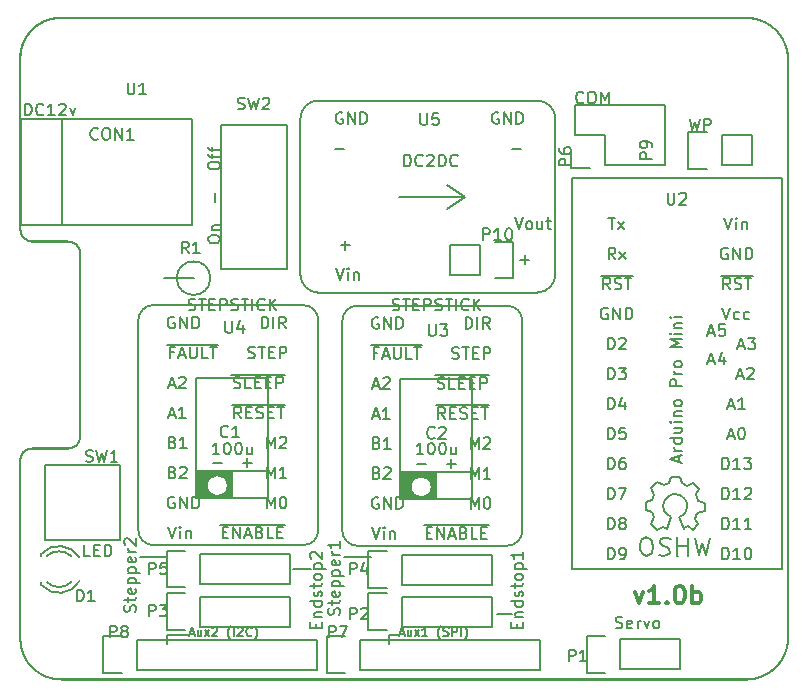
<source format=gto>
G04 #@! TF.FileFunction,Legend,Top*
%FSLAX46Y46*%
G04 Gerber Fmt 4.6, Leading zero omitted, Abs format (unit mm)*
G04 Created by KiCad (PCBNEW 4.0.2-stable) date 06/04/2016 21:32:28*
%MOMM*%
G01*
G04 APERTURE LIST*
%ADD10C,0.100000*%
%ADD11C,0.300000*%
%ADD12C,0.200000*%
%ADD13C,0.150000*%
G04 APERTURE END LIST*
D10*
D11*
X128814072Y-92579071D02*
X129171215Y-93579071D01*
X129528357Y-92579071D01*
X130885500Y-93579071D02*
X130028357Y-93579071D01*
X130456929Y-93579071D02*
X130456929Y-92079071D01*
X130314072Y-92293357D01*
X130171214Y-92436214D01*
X130028357Y-92507643D01*
X131528357Y-93436214D02*
X131599785Y-93507643D01*
X131528357Y-93579071D01*
X131456928Y-93507643D01*
X131528357Y-93436214D01*
X131528357Y-93579071D01*
X132528357Y-92079071D02*
X132671214Y-92079071D01*
X132814071Y-92150500D01*
X132885500Y-92221929D01*
X132956929Y-92364786D01*
X133028357Y-92650500D01*
X133028357Y-93007643D01*
X132956929Y-93293357D01*
X132885500Y-93436214D01*
X132814071Y-93507643D01*
X132671214Y-93579071D01*
X132528357Y-93579071D01*
X132385500Y-93507643D01*
X132314071Y-93436214D01*
X132242643Y-93293357D01*
X132171214Y-93007643D01*
X132171214Y-92650500D01*
X132242643Y-92364786D01*
X132314071Y-92221929D01*
X132385500Y-92150500D01*
X132528357Y-92079071D01*
X133671214Y-93579071D02*
X133671214Y-92079071D01*
X133671214Y-92650500D02*
X133814071Y-92579071D01*
X134099785Y-92579071D01*
X134242642Y-92650500D01*
X134314071Y-92721929D01*
X134385500Y-92864786D01*
X134385500Y-93293357D01*
X134314071Y-93436214D01*
X134242642Y-93507643D01*
X134099785Y-93579071D01*
X133814071Y-93579071D01*
X133671214Y-93507643D01*
D12*
X89154000Y-96266000D02*
X89154000Y-97028000D01*
X90932000Y-96266000D02*
X89154000Y-96266000D01*
X107950000Y-96266000D02*
X107950000Y-97028000D01*
X108712000Y-96266000D02*
X107950000Y-96266000D01*
X86868000Y-89662000D02*
X89154000Y-89662000D01*
X99822000Y-90678000D02*
X101346000Y-90678000D01*
X104140000Y-89662000D02*
X106426000Y-89662000D01*
X118364000Y-94488000D02*
X117094000Y-94488000D01*
D13*
X81838800Y-79552800D02*
X81838800Y-63906400D01*
X76758800Y-81483200D02*
X76758800Y-96621600D01*
X80822800Y-80467200D02*
X77673200Y-80467200D01*
X77774800Y-62941200D02*
X80772000Y-62941200D01*
X76758800Y-47548800D02*
X76758800Y-61925200D01*
X138277600Y-100025200D02*
X80264000Y-100025200D01*
X141782800Y-96520000D02*
X141782800Y-47548800D01*
X80162400Y-43992800D02*
X138125200Y-43992800D01*
X80010000Y-43992800D02*
X80162400Y-43992800D01*
X80010000Y-43992800D02*
G75*
G03X76758800Y-47548800I152400J-3403600D01*
G01*
X80822800Y-80467200D02*
G75*
G03X81838800Y-79552800I50800J965200D01*
G01*
X76758800Y-61925200D02*
G75*
G03X77774800Y-62941200I1016000J0D01*
G01*
X81838800Y-63906400D02*
G75*
G03X80772000Y-62941200I-1016000J-50800D01*
G01*
X77673200Y-80467200D02*
G75*
G03X76758800Y-81483200I50800J-965200D01*
G01*
X138277600Y-100025200D02*
G75*
G03X141782800Y-96520000I0J3505200D01*
G01*
X141782800Y-47447200D02*
X141782800Y-47548800D01*
X141782800Y-47447200D02*
G75*
G03X138125200Y-43992800I-3556000J-101600D01*
G01*
X76758800Y-96621600D02*
G75*
G03X80264000Y-100025200I3454400J50800D01*
G01*
X115681760Y-65780920D02*
X113141760Y-65780920D01*
X118501760Y-66060920D02*
X116951760Y-66060920D01*
X115681760Y-65780920D02*
X115681760Y-63240920D01*
X116951760Y-62960920D02*
X118501760Y-62960920D01*
X118501760Y-62960920D02*
X118501760Y-66060920D01*
X115681760Y-63240920D02*
X113141760Y-63240920D01*
X113141760Y-63240920D02*
X113141760Y-65780920D01*
X76772000Y-81470500D02*
X76772000Y-96583500D01*
X81852000Y-79565500D02*
X81852000Y-63817500D01*
X80709000Y-80454500D02*
X77788000Y-80454500D01*
X76772000Y-61912500D02*
X76772000Y-47561500D01*
X80709000Y-62928500D02*
X77788000Y-62928500D01*
X76772000Y-61912500D02*
G75*
G03X77788000Y-62928500I1016000J0D01*
G01*
X77788000Y-80454500D02*
G75*
G03X76772000Y-81470500I0J-1016000D01*
G01*
X80709000Y-80454500D02*
G75*
G03X81852000Y-79565500I127000J1016000D01*
G01*
X81852000Y-63817500D02*
G75*
G03X80709000Y-62928500I-1016000J-127000D01*
G01*
X138240000Y-100012500D02*
X80201000Y-100012500D01*
X141796000Y-96456500D02*
X141796000Y-70548500D01*
X138240000Y-100012500D02*
G75*
G03X141796000Y-96456500I0J3556000D01*
G01*
X138367000Y-44005500D02*
X138240000Y-44005500D01*
X141796000Y-47688500D02*
G75*
G03X138367000Y-44005500I-3556000J127000D01*
G01*
X80201000Y-44005500D02*
X138240000Y-44005500D01*
X76772000Y-47434500D02*
X76772000Y-47561500D01*
X80201000Y-44005500D02*
G75*
G03X76772000Y-47434500I0J-3429000D01*
G01*
X76772000Y-96583500D02*
G75*
G03X80201000Y-100012500I3429000J0D01*
G01*
X141796000Y-47561500D02*
X141796000Y-70548500D01*
X114452000Y-59131200D02*
X112928000Y-60147200D01*
X108864000Y-59131200D02*
X114452000Y-59131200D01*
X114452000Y-59131200D02*
X112928000Y-58115200D01*
X122072000Y-52527200D02*
G75*
G03X120548000Y-51003200I-1524000J0D01*
G01*
X122072000Y-65735200D02*
X122072000Y-52527200D01*
X120548000Y-67259200D02*
G75*
G03X122072000Y-65735200I0J1524000D01*
G01*
X102006000Y-67259200D02*
X120548000Y-67259200D01*
X100482000Y-65735200D02*
G75*
G03X102006000Y-67259200I1524000J0D01*
G01*
X100482000Y-52527200D02*
X100482000Y-65735200D01*
X102006000Y-51003200D02*
X120548000Y-51003200D01*
X102006000Y-51003200D02*
G75*
G03X100482000Y-52527200I0J-1524000D01*
G01*
X80327500Y-52547520D02*
X80327500Y-61549280D01*
X76827380Y-52547520D02*
X76827380Y-61549280D01*
X76827380Y-61549280D02*
X91328240Y-61549280D01*
X91328240Y-61549280D02*
X91328240Y-52547520D01*
X91328240Y-52547520D02*
X76827380Y-52547520D01*
X127559000Y-99161600D02*
X132639000Y-99161600D01*
X132639000Y-99161600D02*
X132639000Y-96621600D01*
X132639000Y-96621600D02*
X127559000Y-96621600D01*
X124739000Y-96341600D02*
X126289000Y-96341600D01*
X127559000Y-96621600D02*
X127559000Y-99161600D01*
X126289000Y-99441600D02*
X124739000Y-99441600D01*
X124739000Y-99441600D02*
X124739000Y-96341600D01*
X109068000Y-95554800D02*
X116688000Y-95554800D01*
X109068000Y-93014800D02*
X116688000Y-93014800D01*
X106248000Y-92734800D02*
X107798000Y-92734800D01*
X116688000Y-95554800D02*
X116688000Y-93014800D01*
X109068000Y-93014800D02*
X109068000Y-95554800D01*
X107798000Y-95834800D02*
X106248000Y-95834800D01*
X106248000Y-95834800D02*
X106248000Y-92734800D01*
X91998800Y-95554800D02*
X99618800Y-95554800D01*
X91998800Y-93014800D02*
X99618800Y-93014800D01*
X89178800Y-92734800D02*
X90728800Y-92734800D01*
X99618800Y-95554800D02*
X99618800Y-93014800D01*
X91998800Y-93014800D02*
X91998800Y-95554800D01*
X90728800Y-95834800D02*
X89178800Y-95834800D01*
X89178800Y-95834800D02*
X89178800Y-92734800D01*
X109068000Y-91998800D02*
X116688000Y-91998800D01*
X109068000Y-89458800D02*
X116688000Y-89458800D01*
X106248000Y-89178800D02*
X107798000Y-89178800D01*
X116688000Y-91998800D02*
X116688000Y-89458800D01*
X109068000Y-89458800D02*
X109068000Y-91998800D01*
X107798000Y-92278800D02*
X106248000Y-92278800D01*
X106248000Y-92278800D02*
X106248000Y-89178800D01*
X91998800Y-91948000D02*
X99618800Y-91948000D01*
X91998800Y-89408000D02*
X99618800Y-89408000D01*
X89178800Y-89128000D02*
X90728800Y-89128000D01*
X99618800Y-91948000D02*
X99618800Y-89408000D01*
X91998800Y-89408000D02*
X91998800Y-91948000D01*
X90728800Y-92228000D02*
X89178800Y-92228000D01*
X89178800Y-92228000D02*
X89178800Y-89128000D01*
X126238000Y-56438800D02*
X131318000Y-56438800D01*
X123418000Y-56718800D02*
X123418000Y-55168800D01*
X123698000Y-53898800D02*
X126238000Y-53898800D01*
X126238000Y-53898800D02*
X126238000Y-56438800D01*
X131318000Y-56438800D02*
X131318000Y-51358800D01*
X131318000Y-51358800D02*
X126238000Y-51358800D01*
X123418000Y-56718800D02*
X124968000Y-56718800D01*
X123698000Y-51358800D02*
X123698000Y-53898800D01*
X126238000Y-51358800D02*
X123698000Y-51358800D01*
X86614000Y-96647000D02*
X101854000Y-96647000D01*
X101854000Y-96647000D02*
X101854000Y-99187000D01*
X101854000Y-99187000D02*
X86614000Y-99187000D01*
X83794000Y-96367000D02*
X85344000Y-96367000D01*
X86614000Y-96647000D02*
X86614000Y-99187000D01*
X85344000Y-99467000D02*
X83794000Y-99467000D01*
X83794000Y-99467000D02*
X83794000Y-96367000D01*
X96520000Y-53086000D02*
X93726000Y-53086000D01*
X93726000Y-53086000D02*
X93726000Y-65278000D01*
X93726000Y-65278000D02*
X99314000Y-65278000D01*
X99314000Y-65278000D02*
X99314000Y-53086000D01*
X99314000Y-53086000D02*
X96520000Y-53086000D01*
X139954000Y-90678000D02*
X141224000Y-90678000D01*
X141224000Y-90678000D02*
X141224000Y-89408000D01*
X123444000Y-89408000D02*
X123444000Y-90678000D01*
X123444000Y-90678000D02*
X124714000Y-90678000D01*
X123444000Y-61468000D02*
X123444000Y-57531000D01*
X123444000Y-57531000D02*
X124714000Y-57531000D01*
X141224000Y-61468000D02*
X141224000Y-57531000D01*
X141224000Y-57531000D02*
X139954000Y-57531000D01*
X141224000Y-61468000D02*
X141224000Y-89408000D01*
X124714000Y-57531000D02*
X139954000Y-57531000D01*
X123444000Y-89408000D02*
X123444000Y-61468000D01*
X139954000Y-90678000D02*
X124714000Y-90678000D01*
X105308000Y-68376800D02*
X118008000Y-68376800D01*
X119278000Y-87426800D02*
X119278000Y-69646800D01*
X105308000Y-88696800D02*
X118008000Y-88696800D01*
X104038000Y-87426800D02*
G75*
G03X105308000Y-88696800I1270000J0D01*
G01*
X105308000Y-68376800D02*
G75*
G03X104038000Y-69646800I0J-1270000D01*
G01*
X119278000Y-69646800D02*
G75*
G03X118008000Y-68376800I-1270000J0D01*
G01*
X118008000Y-88696800D02*
G75*
G03X119278000Y-87426800I0J1270000D01*
G01*
X104038000Y-69646800D02*
X104038000Y-87426800D01*
X88036400Y-68326000D02*
X100736400Y-68326000D01*
X102006400Y-87376000D02*
X102006400Y-69596000D01*
X88036400Y-88646000D02*
X100736400Y-88646000D01*
X86766400Y-87376000D02*
G75*
G03X88036400Y-88646000I1270000J0D01*
G01*
X88036400Y-68326000D02*
G75*
G03X86766400Y-69596000I0J-1270000D01*
G01*
X102006400Y-69596000D02*
G75*
G03X100736400Y-68326000I-1270000J0D01*
G01*
X100736400Y-88646000D02*
G75*
G03X102006400Y-87376000I0J1270000D01*
G01*
X86766400Y-69596000D02*
X86766400Y-87376000D01*
X85217000Y-88214200D02*
X78867000Y-88214200D01*
X78867000Y-88214200D02*
X78867000Y-81864200D01*
X78867000Y-81864200D02*
X85217000Y-81864200D01*
X85217000Y-81864200D02*
X85217000Y-88214200D01*
X136144000Y-53944500D02*
X138684000Y-53944500D01*
X133324000Y-53664500D02*
X134874000Y-53664500D01*
X136144000Y-53944500D02*
X136144000Y-56484500D01*
X134874000Y-56764500D02*
X133324000Y-56764500D01*
X133324000Y-56764500D02*
X133324000Y-53664500D01*
X136144000Y-56484500D02*
X138684000Y-56484500D01*
X138684000Y-56484500D02*
X138684000Y-53944500D01*
X105532000Y-96652100D02*
X120772000Y-96652100D01*
X120772000Y-96652100D02*
X120772000Y-99192100D01*
X120772000Y-99192100D02*
X105532000Y-99192100D01*
X102712000Y-96372100D02*
X104262000Y-96372100D01*
X105532000Y-96652100D02*
X105532000Y-99192100D01*
X104262000Y-99472100D02*
X102712000Y-99472100D01*
X102712000Y-99472100D02*
X102712000Y-96372100D01*
X92562700Y-83103700D02*
X92562700Y-82341700D01*
X92562700Y-82341700D02*
X92689700Y-82341700D01*
X92689700Y-82341700D02*
X92689700Y-83103700D01*
X92689700Y-83103700D02*
X92816700Y-82976700D01*
X92816700Y-82976700D02*
X92816700Y-82341700D01*
X92816700Y-82341700D02*
X92943700Y-82341700D01*
X92943700Y-82341700D02*
X92943700Y-82849700D01*
X92943700Y-82849700D02*
X93070700Y-82722700D01*
X93070700Y-82722700D02*
X93070700Y-82341700D01*
X93070700Y-82341700D02*
X93197700Y-82341700D01*
X93197700Y-82341700D02*
X93197700Y-82722700D01*
X93197700Y-82722700D02*
X93324700Y-82722700D01*
X93324700Y-82722700D02*
X93324700Y-82341700D01*
X93324700Y-82341700D02*
X93451700Y-82341700D01*
X93451700Y-82341700D02*
X93451700Y-82722700D01*
X93451700Y-82722700D02*
X93578700Y-82722700D01*
X93578700Y-82722700D02*
X93578700Y-82341700D01*
X93578700Y-82341700D02*
X93705700Y-82341700D01*
X93705700Y-82341700D02*
X93705700Y-82722700D01*
X93705700Y-82722700D02*
X93832700Y-82722700D01*
X93832700Y-82722700D02*
X93832700Y-82341700D01*
X93832700Y-82341700D02*
X93959700Y-82341700D01*
X93959700Y-82341700D02*
X93959700Y-82849700D01*
X93959700Y-82849700D02*
X94086700Y-82976700D01*
X94086700Y-82976700D02*
X94086700Y-82341700D01*
X94086700Y-82341700D02*
X94213700Y-82341700D01*
X94213700Y-82341700D02*
X94213700Y-83103700D01*
X94213700Y-84627700D02*
X94213700Y-84119700D01*
X94213700Y-84119700D02*
X94086700Y-84373700D01*
X94086700Y-84373700D02*
X94086700Y-84627700D01*
X94086700Y-84627700D02*
X93959700Y-84373700D01*
X93959700Y-84373700D02*
X93959700Y-84627700D01*
X93959700Y-84627700D02*
X93832700Y-84500700D01*
X93832700Y-84500700D02*
X93832700Y-84627700D01*
X93832700Y-84627700D02*
X93705700Y-84500700D01*
X93705700Y-84500700D02*
X92562700Y-84500700D01*
X92562700Y-84500700D02*
X92562700Y-84373700D01*
X92562700Y-84373700D02*
X92943700Y-84373700D01*
X92943700Y-84373700D02*
X92562700Y-84246700D01*
X92562700Y-84246700D02*
X92816700Y-84246700D01*
X92816700Y-84246700D02*
X92689700Y-84119700D01*
X92689700Y-84119700D02*
X92562700Y-84119700D01*
X94340700Y-83611700D02*
G75*
G03X94340700Y-83611700I-889000J0D01*
G01*
X94594700Y-84627700D02*
X94594700Y-82341700D01*
X94594700Y-82341700D02*
X94467700Y-82341700D01*
X94467700Y-82341700D02*
X94467700Y-84627700D01*
X94467700Y-84627700D02*
X94340700Y-84627700D01*
X94340700Y-84627700D02*
X94340700Y-82341700D01*
X94340700Y-82341700D02*
X94213700Y-82341700D01*
X94213700Y-84627700D02*
X94086700Y-84627700D01*
X94086700Y-82341700D02*
X93959700Y-82341700D01*
X93959700Y-84627700D02*
X93832700Y-84627700D01*
X93832700Y-82341700D02*
X93705700Y-82341700D01*
X93705700Y-84627700D02*
X93578700Y-84627700D01*
X93578700Y-82341700D02*
X93451700Y-82341700D01*
X93451700Y-84627700D02*
X93324700Y-84627700D01*
X93324700Y-82341700D02*
X93197700Y-82341700D01*
X93197700Y-84627700D02*
X93070700Y-84627700D01*
X93070700Y-82341700D02*
X92943700Y-82341700D01*
X92943700Y-84627700D02*
X92816700Y-84627700D01*
X92816700Y-82341700D02*
X92689700Y-82341700D01*
X92689700Y-84627700D02*
X92562700Y-84627700D01*
X92562700Y-84627700D02*
X92562700Y-82341700D01*
X92562700Y-82341700D02*
X92435700Y-82341700D01*
X92435700Y-82341700D02*
X92435700Y-84627700D01*
X92435700Y-84627700D02*
X92308700Y-84627700D01*
X92308700Y-84627700D02*
X92308700Y-82341700D01*
X92308700Y-82341700D02*
X92181700Y-82341700D01*
X92181700Y-82341700D02*
X92181700Y-84627700D01*
X92181700Y-84627700D02*
X92054700Y-84627700D01*
X92054700Y-84627700D02*
X92054700Y-82341700D01*
X92054700Y-82341700D02*
X91927700Y-82341700D01*
X91927700Y-82341700D02*
X91927700Y-84627700D01*
X91927700Y-84627700D02*
X91800700Y-84627700D01*
X91800700Y-84627700D02*
X91800700Y-82341700D01*
X94721700Y-84627700D02*
X94721700Y-82341700D01*
X94721700Y-82341700D02*
X91673700Y-82341700D01*
X91673700Y-82341700D02*
X91673700Y-84627700D01*
X91673700Y-84627700D02*
X94721700Y-84627700D01*
X97769700Y-82341700D02*
X91673700Y-82341700D01*
X94721700Y-84627700D02*
X91673700Y-84627700D01*
X91673700Y-84627700D02*
X91673700Y-74467700D01*
X91673700Y-74467700D02*
X97769700Y-74467700D01*
X97769700Y-74467700D02*
X97769700Y-84627700D01*
X97769700Y-84627700D02*
X94721700Y-84627700D01*
X109825000Y-83205300D02*
X109825000Y-82443300D01*
X109825000Y-82443300D02*
X109952000Y-82443300D01*
X109952000Y-82443300D02*
X109952000Y-83205300D01*
X109952000Y-83205300D02*
X110079000Y-83078300D01*
X110079000Y-83078300D02*
X110079000Y-82443300D01*
X110079000Y-82443300D02*
X110206000Y-82443300D01*
X110206000Y-82443300D02*
X110206000Y-82951300D01*
X110206000Y-82951300D02*
X110333000Y-82824300D01*
X110333000Y-82824300D02*
X110333000Y-82443300D01*
X110333000Y-82443300D02*
X110460000Y-82443300D01*
X110460000Y-82443300D02*
X110460000Y-82824300D01*
X110460000Y-82824300D02*
X110587000Y-82824300D01*
X110587000Y-82824300D02*
X110587000Y-82443300D01*
X110587000Y-82443300D02*
X110714000Y-82443300D01*
X110714000Y-82443300D02*
X110714000Y-82824300D01*
X110714000Y-82824300D02*
X110841000Y-82824300D01*
X110841000Y-82824300D02*
X110841000Y-82443300D01*
X110841000Y-82443300D02*
X110968000Y-82443300D01*
X110968000Y-82443300D02*
X110968000Y-82824300D01*
X110968000Y-82824300D02*
X111095000Y-82824300D01*
X111095000Y-82824300D02*
X111095000Y-82443300D01*
X111095000Y-82443300D02*
X111222000Y-82443300D01*
X111222000Y-82443300D02*
X111222000Y-82951300D01*
X111222000Y-82951300D02*
X111349000Y-83078300D01*
X111349000Y-83078300D02*
X111349000Y-82443300D01*
X111349000Y-82443300D02*
X111476000Y-82443300D01*
X111476000Y-82443300D02*
X111476000Y-83205300D01*
X111476000Y-84729300D02*
X111476000Y-84221300D01*
X111476000Y-84221300D02*
X111349000Y-84475300D01*
X111349000Y-84475300D02*
X111349000Y-84729300D01*
X111349000Y-84729300D02*
X111222000Y-84475300D01*
X111222000Y-84475300D02*
X111222000Y-84729300D01*
X111222000Y-84729300D02*
X111095000Y-84602300D01*
X111095000Y-84602300D02*
X111095000Y-84729300D01*
X111095000Y-84729300D02*
X110968000Y-84602300D01*
X110968000Y-84602300D02*
X109825000Y-84602300D01*
X109825000Y-84602300D02*
X109825000Y-84475300D01*
X109825000Y-84475300D02*
X110206000Y-84475300D01*
X110206000Y-84475300D02*
X109825000Y-84348300D01*
X109825000Y-84348300D02*
X110079000Y-84348300D01*
X110079000Y-84348300D02*
X109952000Y-84221300D01*
X109952000Y-84221300D02*
X109825000Y-84221300D01*
X111603000Y-83713300D02*
G75*
G03X111603000Y-83713300I-889000J0D01*
G01*
X111857000Y-84729300D02*
X111857000Y-82443300D01*
X111857000Y-82443300D02*
X111730000Y-82443300D01*
X111730000Y-82443300D02*
X111730000Y-84729300D01*
X111730000Y-84729300D02*
X111603000Y-84729300D01*
X111603000Y-84729300D02*
X111603000Y-82443300D01*
X111603000Y-82443300D02*
X111476000Y-82443300D01*
X111476000Y-84729300D02*
X111349000Y-84729300D01*
X111349000Y-82443300D02*
X111222000Y-82443300D01*
X111222000Y-84729300D02*
X111095000Y-84729300D01*
X111095000Y-82443300D02*
X110968000Y-82443300D01*
X110968000Y-84729300D02*
X110841000Y-84729300D01*
X110841000Y-82443300D02*
X110714000Y-82443300D01*
X110714000Y-84729300D02*
X110587000Y-84729300D01*
X110587000Y-82443300D02*
X110460000Y-82443300D01*
X110460000Y-84729300D02*
X110333000Y-84729300D01*
X110333000Y-82443300D02*
X110206000Y-82443300D01*
X110206000Y-84729300D02*
X110079000Y-84729300D01*
X110079000Y-82443300D02*
X109952000Y-82443300D01*
X109952000Y-84729300D02*
X109825000Y-84729300D01*
X109825000Y-84729300D02*
X109825000Y-82443300D01*
X109825000Y-82443300D02*
X109698000Y-82443300D01*
X109698000Y-82443300D02*
X109698000Y-84729300D01*
X109698000Y-84729300D02*
X109571000Y-84729300D01*
X109571000Y-84729300D02*
X109571000Y-82443300D01*
X109571000Y-82443300D02*
X109444000Y-82443300D01*
X109444000Y-82443300D02*
X109444000Y-84729300D01*
X109444000Y-84729300D02*
X109317000Y-84729300D01*
X109317000Y-84729300D02*
X109317000Y-82443300D01*
X109317000Y-82443300D02*
X109190000Y-82443300D01*
X109190000Y-82443300D02*
X109190000Y-84729300D01*
X109190000Y-84729300D02*
X109063000Y-84729300D01*
X109063000Y-84729300D02*
X109063000Y-82443300D01*
X111984000Y-84729300D02*
X111984000Y-82443300D01*
X111984000Y-82443300D02*
X108936000Y-82443300D01*
X108936000Y-82443300D02*
X108936000Y-84729300D01*
X108936000Y-84729300D02*
X111984000Y-84729300D01*
X115032000Y-82443300D02*
X108936000Y-82443300D01*
X111984000Y-84729300D02*
X108936000Y-84729300D01*
X108936000Y-84729300D02*
X108936000Y-74569300D01*
X108936000Y-74569300D02*
X115032000Y-74569300D01*
X115032000Y-74569300D02*
X115032000Y-84729300D01*
X115032000Y-84729300D02*
X111984000Y-84729300D01*
X78541000Y-91992000D02*
X78541000Y-91792000D01*
X78541000Y-89398000D02*
X78541000Y-89578000D01*
X81768744Y-89708357D02*
G75*
G03X78541000Y-89392000I-1727744J-1003643D01*
G01*
X81093006Y-89578932D02*
G75*
G03X78990000Y-89578000I-1052006J-1133068D01*
G01*
X78553780Y-92018726D02*
G75*
G03X81791000Y-91672000I1497220J1306726D01*
G01*
X79027111Y-91791253D02*
G75*
G03X81075000Y-91772000I1013889J1079253D01*
G01*
X91440000Y-66040000D02*
X88900000Y-66040000D01*
X92859903Y-66040000D02*
G75*
G03X92859903Y-66040000I-1419903J0D01*
G01*
X133875780Y-88033860D02*
X134236460Y-89504520D01*
X134236460Y-89504520D02*
X134515860Y-88442800D01*
X134515860Y-88442800D02*
X134825740Y-89514680D01*
X134825740Y-89514680D02*
X135166100Y-88064340D01*
X132455920Y-88724740D02*
X133245860Y-88714580D01*
X133245860Y-88714580D02*
X133256020Y-88724740D01*
X133256020Y-88724740D02*
X133256020Y-88714580D01*
X133296660Y-88003380D02*
X133296660Y-89545160D01*
X132407660Y-87993220D02*
X132407660Y-89562940D01*
X132407660Y-89562940D02*
X132417820Y-89552780D01*
X131856480Y-88094820D02*
X131505960Y-88013540D01*
X131505960Y-88013540D02*
X131185920Y-88003380D01*
X131185920Y-88003380D02*
X130947160Y-88204040D01*
X130947160Y-88204040D02*
X130916680Y-88473280D01*
X130916680Y-88473280D02*
X131157980Y-88714580D01*
X131157980Y-88714580D02*
X131546600Y-88844120D01*
X131546600Y-88844120D02*
X131726940Y-89004140D01*
X131726940Y-89004140D02*
X131767580Y-89303860D01*
X131767580Y-89303860D02*
X131536440Y-89524840D01*
X131536440Y-89524840D02*
X131216400Y-89552780D01*
X131216400Y-89552780D02*
X130865880Y-89443560D01*
X129827020Y-87993220D02*
X129578100Y-88013540D01*
X129578100Y-88013540D02*
X129336800Y-88254840D01*
X129336800Y-88254840D02*
X129247900Y-88745060D01*
X129247900Y-88745060D02*
X129275840Y-89093040D01*
X129275840Y-89093040D02*
X129476500Y-89413080D01*
X129476500Y-89413080D02*
X129727960Y-89535000D01*
X129727960Y-89535000D02*
X130037840Y-89463880D01*
X130037840Y-89463880D02*
X130256280Y-89283540D01*
X130256280Y-89283540D02*
X130327400Y-88823800D01*
X130327400Y-88823800D02*
X130276600Y-88414860D01*
X130276600Y-88414860D02*
X130167380Y-88132920D01*
X130167380Y-88132920D02*
X129806700Y-88003380D01*
X130426460Y-86273640D02*
X130167380Y-86834980D01*
X130167380Y-86834980D02*
X130705860Y-87353140D01*
X130705860Y-87353140D02*
X131226560Y-87083900D01*
X131226560Y-87083900D02*
X131505960Y-87243920D01*
X132946140Y-87223600D02*
X133276340Y-87033100D01*
X133276340Y-87033100D02*
X133715760Y-87363300D01*
X133715760Y-87363300D02*
X134188200Y-86873080D01*
X134188200Y-86873080D02*
X133906260Y-86393020D01*
X133906260Y-86393020D02*
X134096760Y-85923120D01*
X134096760Y-85923120D02*
X134706360Y-85735160D01*
X134706360Y-85735160D02*
X134706360Y-85054440D01*
X134706360Y-85054440D02*
X134147560Y-84914740D01*
X134147560Y-84914740D02*
X133946900Y-84343240D01*
X133946900Y-84343240D02*
X134216140Y-83873340D01*
X134216140Y-83873340D02*
X133746240Y-83362800D01*
X133746240Y-83362800D02*
X133228080Y-83624420D01*
X133228080Y-83624420D02*
X132758180Y-83423760D01*
X132758180Y-83423760D02*
X132588000Y-82882740D01*
X132588000Y-82882740D02*
X131897120Y-82864960D01*
X131897120Y-82864960D02*
X131686300Y-83413600D01*
X131686300Y-83413600D02*
X131267200Y-83583780D01*
X131267200Y-83583780D02*
X130716020Y-83314540D01*
X130716020Y-83314540D02*
X130197860Y-83842860D01*
X130197860Y-83842860D02*
X130446780Y-84383880D01*
X130446780Y-84383880D02*
X130276600Y-84863940D01*
X130276600Y-84863940D02*
X129727960Y-84963000D01*
X129727960Y-84963000D02*
X129717800Y-85664040D01*
X129717800Y-85664040D02*
X130276600Y-85864700D01*
X130276600Y-85864700D02*
X130416300Y-86263480D01*
X132557520Y-86243160D02*
X132857240Y-86093300D01*
X132857240Y-86093300D02*
X133057900Y-85895180D01*
X133057900Y-85895180D02*
X133207760Y-85493860D01*
X133207760Y-85493860D02*
X133207760Y-85095080D01*
X133207760Y-85095080D02*
X133057900Y-84744560D01*
X133057900Y-84744560D02*
X132605780Y-84394040D01*
X132605780Y-84394040D02*
X132156200Y-84343240D01*
X132156200Y-84343240D02*
X131757420Y-84444840D01*
X131757420Y-84444840D02*
X131356100Y-84792820D01*
X131356100Y-84792820D02*
X131206240Y-85244940D01*
X131206240Y-85244940D02*
X131257040Y-85742780D01*
X131257040Y-85742780D02*
X131505960Y-86045040D01*
X131505960Y-86045040D02*
X131856480Y-86243160D01*
X131856480Y-86243160D02*
X131505960Y-87243920D01*
X132557520Y-86243160D02*
X132956300Y-87243920D01*
X115943214Y-62822081D02*
X115943214Y-61822081D01*
X116324167Y-61822081D01*
X116419405Y-61869700D01*
X116467024Y-61917319D01*
X116514643Y-62012557D01*
X116514643Y-62155414D01*
X116467024Y-62250652D01*
X116419405Y-62298271D01*
X116324167Y-62345890D01*
X115943214Y-62345890D01*
X117467024Y-62822081D02*
X116895595Y-62822081D01*
X117181309Y-62822081D02*
X117181309Y-61822081D01*
X117086071Y-61964938D01*
X116990833Y-62060176D01*
X116895595Y-62107795D01*
X118086071Y-61822081D02*
X118181310Y-61822081D01*
X118276548Y-61869700D01*
X118324167Y-61917319D01*
X118371786Y-62012557D01*
X118419405Y-62203033D01*
X118419405Y-62441129D01*
X118371786Y-62631605D01*
X118324167Y-62726843D01*
X118276548Y-62774462D01*
X118181310Y-62822081D01*
X118086071Y-62822081D01*
X117990833Y-62774462D01*
X117943214Y-62726843D01*
X117895595Y-62631605D01*
X117847976Y-62441129D01*
X117847976Y-62203033D01*
X117895595Y-62012557D01*
X117943214Y-61917319D01*
X117990833Y-61869700D01*
X118086071Y-61822081D01*
X85852095Y-49490381D02*
X85852095Y-50299905D01*
X85899714Y-50395143D01*
X85947333Y-50442762D01*
X86042571Y-50490381D01*
X86233048Y-50490381D01*
X86328286Y-50442762D01*
X86375905Y-50395143D01*
X86423524Y-50299905D01*
X86423524Y-49490381D01*
X87423524Y-50490381D02*
X86852095Y-50490381D01*
X87137809Y-50490381D02*
X87137809Y-49490381D01*
X87042571Y-49633238D01*
X86947333Y-49728476D01*
X86852095Y-49776095D01*
X110642495Y-52060861D02*
X110642495Y-52870385D01*
X110690114Y-52965623D01*
X110737733Y-53013242D01*
X110832971Y-53060861D01*
X111023448Y-53060861D01*
X111118686Y-53013242D01*
X111166305Y-52965623D01*
X111213924Y-52870385D01*
X111213924Y-52060861D01*
X112166305Y-52060861D02*
X111690114Y-52060861D01*
X111642495Y-52537051D01*
X111690114Y-52489432D01*
X111785352Y-52441813D01*
X112023448Y-52441813D01*
X112118686Y-52489432D01*
X112166305Y-52537051D01*
X112213924Y-52632290D01*
X112213924Y-52870385D01*
X112166305Y-52965623D01*
X112118686Y-53013242D01*
X112023448Y-53060861D01*
X111785352Y-53060861D01*
X111690114Y-53013242D01*
X111642495Y-52965623D01*
X109267905Y-56586381D02*
X109267905Y-55586381D01*
X109506000Y-55586381D01*
X109648858Y-55634000D01*
X109744096Y-55729238D01*
X109791715Y-55824476D01*
X109839334Y-56014952D01*
X109839334Y-56157810D01*
X109791715Y-56348286D01*
X109744096Y-56443524D01*
X109648858Y-56538762D01*
X109506000Y-56586381D01*
X109267905Y-56586381D01*
X110839334Y-56491143D02*
X110791715Y-56538762D01*
X110648858Y-56586381D01*
X110553620Y-56586381D01*
X110410762Y-56538762D01*
X110315524Y-56443524D01*
X110267905Y-56348286D01*
X110220286Y-56157810D01*
X110220286Y-56014952D01*
X110267905Y-55824476D01*
X110315524Y-55729238D01*
X110410762Y-55634000D01*
X110553620Y-55586381D01*
X110648858Y-55586381D01*
X110791715Y-55634000D01*
X110839334Y-55681619D01*
X111220286Y-55681619D02*
X111267905Y-55634000D01*
X111363143Y-55586381D01*
X111601239Y-55586381D01*
X111696477Y-55634000D01*
X111744096Y-55681619D01*
X111791715Y-55776857D01*
X111791715Y-55872095D01*
X111744096Y-56014952D01*
X111172667Y-56586381D01*
X111791715Y-56586381D01*
X112220286Y-56586381D02*
X112220286Y-55586381D01*
X112458381Y-55586381D01*
X112601239Y-55634000D01*
X112696477Y-55729238D01*
X112744096Y-55824476D01*
X112791715Y-56014952D01*
X112791715Y-56157810D01*
X112744096Y-56348286D01*
X112696477Y-56443524D01*
X112601239Y-56538762D01*
X112458381Y-56586381D01*
X112220286Y-56586381D01*
X113791715Y-56491143D02*
X113744096Y-56538762D01*
X113601239Y-56586381D01*
X113506001Y-56586381D01*
X113363143Y-56538762D01*
X113267905Y-56443524D01*
X113220286Y-56348286D01*
X113172667Y-56157810D01*
X113172667Y-56014952D01*
X113220286Y-55824476D01*
X113267905Y-55729238D01*
X113363143Y-55634000D01*
X113506001Y-55586381D01*
X113601239Y-55586381D01*
X113744096Y-55634000D01*
X113791715Y-55681619D01*
X103403048Y-55138629D02*
X104164953Y-55138629D01*
X118389048Y-55138629D02*
X119150953Y-55138629D01*
X119100648Y-64498529D02*
X119862553Y-64498529D01*
X119481601Y-64879481D02*
X119481601Y-64117576D01*
X103911048Y-63266629D02*
X104672953Y-63266629D01*
X104292001Y-63647581D02*
X104292001Y-62885676D01*
X118643590Y-60907681D02*
X118976923Y-61907681D01*
X119310257Y-60907681D01*
X119786447Y-61907681D02*
X119691209Y-61860062D01*
X119643590Y-61812443D01*
X119595971Y-61717205D01*
X119595971Y-61431490D01*
X119643590Y-61336252D01*
X119691209Y-61288633D01*
X119786447Y-61241014D01*
X119929305Y-61241014D01*
X120024543Y-61288633D01*
X120072162Y-61336252D01*
X120119781Y-61431490D01*
X120119781Y-61717205D01*
X120072162Y-61812443D01*
X120024543Y-61860062D01*
X119929305Y-61907681D01*
X119786447Y-61907681D01*
X120976924Y-61241014D02*
X120976924Y-61907681D01*
X120548352Y-61241014D02*
X120548352Y-61764824D01*
X120595971Y-61860062D01*
X120691209Y-61907681D01*
X120834067Y-61907681D01*
X120929305Y-61860062D01*
X120976924Y-61812443D01*
X121310257Y-61241014D02*
X121691209Y-61241014D01*
X121453114Y-60907681D02*
X121453114Y-61764824D01*
X121500733Y-61860062D01*
X121595971Y-61907681D01*
X121691209Y-61907681D01*
X103522191Y-65187581D02*
X103855524Y-66187581D01*
X104188858Y-65187581D01*
X104522191Y-66187581D02*
X104522191Y-65520914D01*
X104522191Y-65187581D02*
X104474572Y-65235200D01*
X104522191Y-65282819D01*
X104569810Y-65235200D01*
X104522191Y-65187581D01*
X104522191Y-65282819D01*
X104998381Y-65520914D02*
X104998381Y-66187581D01*
X104998381Y-65616152D02*
X105046000Y-65568533D01*
X105141238Y-65520914D01*
X105284096Y-65520914D01*
X105379334Y-65568533D01*
X105426953Y-65663771D01*
X105426953Y-66187581D01*
X117246096Y-52027200D02*
X117150858Y-51979581D01*
X117008001Y-51979581D01*
X116865143Y-52027200D01*
X116769905Y-52122438D01*
X116722286Y-52217676D01*
X116674667Y-52408152D01*
X116674667Y-52551010D01*
X116722286Y-52741486D01*
X116769905Y-52836724D01*
X116865143Y-52931962D01*
X117008001Y-52979581D01*
X117103239Y-52979581D01*
X117246096Y-52931962D01*
X117293715Y-52884343D01*
X117293715Y-52551010D01*
X117103239Y-52551010D01*
X117722286Y-52979581D02*
X117722286Y-51979581D01*
X118293715Y-52979581D01*
X118293715Y-51979581D01*
X118769905Y-52979581D02*
X118769905Y-51979581D01*
X119008000Y-51979581D01*
X119150858Y-52027200D01*
X119246096Y-52122438D01*
X119293715Y-52217676D01*
X119341334Y-52408152D01*
X119341334Y-52551010D01*
X119293715Y-52741486D01*
X119246096Y-52836724D01*
X119150858Y-52931962D01*
X119008000Y-52979581D01*
X118769905Y-52979581D01*
X104038096Y-52027200D02*
X103942858Y-51979581D01*
X103800001Y-51979581D01*
X103657143Y-52027200D01*
X103561905Y-52122438D01*
X103514286Y-52217676D01*
X103466667Y-52408152D01*
X103466667Y-52551010D01*
X103514286Y-52741486D01*
X103561905Y-52836724D01*
X103657143Y-52931962D01*
X103800001Y-52979581D01*
X103895239Y-52979581D01*
X104038096Y-52931962D01*
X104085715Y-52884343D01*
X104085715Y-52551010D01*
X103895239Y-52551010D01*
X104514286Y-52979581D02*
X104514286Y-51979581D01*
X105085715Y-52979581D01*
X105085715Y-51979581D01*
X105561905Y-52979581D02*
X105561905Y-51979581D01*
X105800000Y-51979581D01*
X105942858Y-52027200D01*
X106038096Y-52122438D01*
X106085715Y-52217676D01*
X106133334Y-52408152D01*
X106133334Y-52551010D01*
X106085715Y-52741486D01*
X106038096Y-52836724D01*
X105942858Y-52931962D01*
X105800000Y-52979581D01*
X105561905Y-52979581D01*
X83332155Y-54225463D02*
X83284536Y-54273082D01*
X83141679Y-54320701D01*
X83046441Y-54320701D01*
X82903583Y-54273082D01*
X82808345Y-54177844D01*
X82760726Y-54082606D01*
X82713107Y-53892130D01*
X82713107Y-53749272D01*
X82760726Y-53558796D01*
X82808345Y-53463558D01*
X82903583Y-53368320D01*
X83046441Y-53320701D01*
X83141679Y-53320701D01*
X83284536Y-53368320D01*
X83332155Y-53415939D01*
X83951202Y-53320701D02*
X84141679Y-53320701D01*
X84236917Y-53368320D01*
X84332155Y-53463558D01*
X84379774Y-53654034D01*
X84379774Y-53987368D01*
X84332155Y-54177844D01*
X84236917Y-54273082D01*
X84141679Y-54320701D01*
X83951202Y-54320701D01*
X83855964Y-54273082D01*
X83760726Y-54177844D01*
X83713107Y-53987368D01*
X83713107Y-53654034D01*
X83760726Y-53463558D01*
X83855964Y-53368320D01*
X83951202Y-53320701D01*
X84808345Y-54320701D02*
X84808345Y-53320701D01*
X85379774Y-54320701D01*
X85379774Y-53320701D01*
X86379774Y-54320701D02*
X85808345Y-54320701D01*
X86094059Y-54320701D02*
X86094059Y-53320701D01*
X85998821Y-53463558D01*
X85903583Y-53558796D01*
X85808345Y-53606415D01*
X77152762Y-52268381D02*
X77152762Y-51268381D01*
X77390857Y-51268381D01*
X77533715Y-51316000D01*
X77628953Y-51411238D01*
X77676572Y-51506476D01*
X77724191Y-51696952D01*
X77724191Y-51839810D01*
X77676572Y-52030286D01*
X77628953Y-52125524D01*
X77533715Y-52220762D01*
X77390857Y-52268381D01*
X77152762Y-52268381D01*
X78724191Y-52173143D02*
X78676572Y-52220762D01*
X78533715Y-52268381D01*
X78438477Y-52268381D01*
X78295619Y-52220762D01*
X78200381Y-52125524D01*
X78152762Y-52030286D01*
X78105143Y-51839810D01*
X78105143Y-51696952D01*
X78152762Y-51506476D01*
X78200381Y-51411238D01*
X78295619Y-51316000D01*
X78438477Y-51268381D01*
X78533715Y-51268381D01*
X78676572Y-51316000D01*
X78724191Y-51363619D01*
X79676572Y-52268381D02*
X79105143Y-52268381D01*
X79390857Y-52268381D02*
X79390857Y-51268381D01*
X79295619Y-51411238D01*
X79200381Y-51506476D01*
X79105143Y-51554095D01*
X80057524Y-51363619D02*
X80105143Y-51316000D01*
X80200381Y-51268381D01*
X80438477Y-51268381D01*
X80533715Y-51316000D01*
X80581334Y-51363619D01*
X80628953Y-51458857D01*
X80628953Y-51554095D01*
X80581334Y-51696952D01*
X80009905Y-52268381D01*
X80628953Y-52268381D01*
X80962286Y-51601714D02*
X81200381Y-52268381D01*
X81438477Y-51601714D01*
X123213905Y-98496381D02*
X123213905Y-97496381D01*
X123594858Y-97496381D01*
X123690096Y-97544000D01*
X123737715Y-97591619D01*
X123785334Y-97686857D01*
X123785334Y-97829714D01*
X123737715Y-97924952D01*
X123690096Y-97972571D01*
X123594858Y-98020190D01*
X123213905Y-98020190D01*
X124737715Y-98496381D02*
X124166286Y-98496381D01*
X124452000Y-98496381D02*
X124452000Y-97496381D01*
X124356762Y-97639238D01*
X124261524Y-97734476D01*
X124166286Y-97782095D01*
X127174857Y-95654762D02*
X127317714Y-95702381D01*
X127555810Y-95702381D01*
X127651048Y-95654762D01*
X127698667Y-95607143D01*
X127746286Y-95511905D01*
X127746286Y-95416667D01*
X127698667Y-95321429D01*
X127651048Y-95273810D01*
X127555810Y-95226190D01*
X127365333Y-95178571D01*
X127270095Y-95130952D01*
X127222476Y-95083333D01*
X127174857Y-94988095D01*
X127174857Y-94892857D01*
X127222476Y-94797619D01*
X127270095Y-94750000D01*
X127365333Y-94702381D01*
X127603429Y-94702381D01*
X127746286Y-94750000D01*
X128555810Y-95654762D02*
X128460572Y-95702381D01*
X128270095Y-95702381D01*
X128174857Y-95654762D01*
X128127238Y-95559524D01*
X128127238Y-95178571D01*
X128174857Y-95083333D01*
X128270095Y-95035714D01*
X128460572Y-95035714D01*
X128555810Y-95083333D01*
X128603429Y-95178571D01*
X128603429Y-95273810D01*
X128127238Y-95369048D01*
X129032000Y-95702381D02*
X129032000Y-95035714D01*
X129032000Y-95226190D02*
X129079619Y-95130952D01*
X129127238Y-95083333D01*
X129222476Y-95035714D01*
X129317715Y-95035714D01*
X129555810Y-95035714D02*
X129793905Y-95702381D01*
X130032001Y-95035714D01*
X130555810Y-95702381D02*
X130460572Y-95654762D01*
X130412953Y-95607143D01*
X130365334Y-95511905D01*
X130365334Y-95226190D01*
X130412953Y-95130952D01*
X130460572Y-95083333D01*
X130555810Y-95035714D01*
X130698668Y-95035714D01*
X130793906Y-95083333D01*
X130841525Y-95130952D01*
X130889144Y-95226190D01*
X130889144Y-95511905D01*
X130841525Y-95607143D01*
X130793906Y-95654762D01*
X130698668Y-95702381D01*
X130555810Y-95702381D01*
X104671905Y-94940381D02*
X104671905Y-93940381D01*
X105052858Y-93940381D01*
X105148096Y-93988000D01*
X105195715Y-94035619D01*
X105243334Y-94130857D01*
X105243334Y-94273714D01*
X105195715Y-94368952D01*
X105148096Y-94416571D01*
X105052858Y-94464190D01*
X104671905Y-94464190D01*
X105624286Y-94035619D02*
X105671905Y-93988000D01*
X105767143Y-93940381D01*
X106005239Y-93940381D01*
X106100477Y-93988000D01*
X106148096Y-94035619D01*
X106195715Y-94130857D01*
X106195715Y-94226095D01*
X106148096Y-94368952D01*
X105576667Y-94940381D01*
X106195715Y-94940381D01*
X118800571Y-95646477D02*
X118800571Y-95313143D01*
X119324381Y-95170286D02*
X119324381Y-95646477D01*
X118324381Y-95646477D01*
X118324381Y-95170286D01*
X118657714Y-94741715D02*
X119324381Y-94741715D01*
X118752952Y-94741715D02*
X118705333Y-94694096D01*
X118657714Y-94598858D01*
X118657714Y-94456000D01*
X118705333Y-94360762D01*
X118800571Y-94313143D01*
X119324381Y-94313143D01*
X119324381Y-93408381D02*
X118324381Y-93408381D01*
X119276762Y-93408381D02*
X119324381Y-93503619D01*
X119324381Y-93694096D01*
X119276762Y-93789334D01*
X119229143Y-93836953D01*
X119133905Y-93884572D01*
X118848190Y-93884572D01*
X118752952Y-93836953D01*
X118705333Y-93789334D01*
X118657714Y-93694096D01*
X118657714Y-93503619D01*
X118705333Y-93408381D01*
X119276762Y-92979810D02*
X119324381Y-92884572D01*
X119324381Y-92694096D01*
X119276762Y-92598857D01*
X119181524Y-92551238D01*
X119133905Y-92551238D01*
X119038667Y-92598857D01*
X118991048Y-92694096D01*
X118991048Y-92836953D01*
X118943429Y-92932191D01*
X118848190Y-92979810D01*
X118800571Y-92979810D01*
X118705333Y-92932191D01*
X118657714Y-92836953D01*
X118657714Y-92694096D01*
X118705333Y-92598857D01*
X118657714Y-92265524D02*
X118657714Y-91884572D01*
X118324381Y-92122667D02*
X119181524Y-92122667D01*
X119276762Y-92075048D01*
X119324381Y-91979810D01*
X119324381Y-91884572D01*
X119324381Y-91408381D02*
X119276762Y-91503619D01*
X119229143Y-91551238D01*
X119133905Y-91598857D01*
X118848190Y-91598857D01*
X118752952Y-91551238D01*
X118705333Y-91503619D01*
X118657714Y-91408381D01*
X118657714Y-91265523D01*
X118705333Y-91170285D01*
X118752952Y-91122666D01*
X118848190Y-91075047D01*
X119133905Y-91075047D01*
X119229143Y-91122666D01*
X119276762Y-91170285D01*
X119324381Y-91265523D01*
X119324381Y-91408381D01*
X118657714Y-90646476D02*
X119657714Y-90646476D01*
X118705333Y-90646476D02*
X118657714Y-90551238D01*
X118657714Y-90360761D01*
X118705333Y-90265523D01*
X118752952Y-90217904D01*
X118848190Y-90170285D01*
X119133905Y-90170285D01*
X119229143Y-90217904D01*
X119276762Y-90265523D01*
X119324381Y-90360761D01*
X119324381Y-90551238D01*
X119276762Y-90646476D01*
X119324381Y-89217904D02*
X119324381Y-89789333D01*
X119324381Y-89503619D02*
X118324381Y-89503619D01*
X118467238Y-89598857D01*
X118562476Y-89694095D01*
X118610095Y-89789333D01*
X87653905Y-94686381D02*
X87653905Y-93686381D01*
X88034858Y-93686381D01*
X88130096Y-93734000D01*
X88177715Y-93781619D01*
X88225334Y-93876857D01*
X88225334Y-94019714D01*
X88177715Y-94114952D01*
X88130096Y-94162571D01*
X88034858Y-94210190D01*
X87653905Y-94210190D01*
X88558667Y-93686381D02*
X89177715Y-93686381D01*
X88844381Y-94067333D01*
X88987239Y-94067333D01*
X89082477Y-94114952D01*
X89130096Y-94162571D01*
X89177715Y-94257810D01*
X89177715Y-94495905D01*
X89130096Y-94591143D01*
X89082477Y-94638762D01*
X88987239Y-94686381D01*
X88701524Y-94686381D01*
X88606286Y-94638762D01*
X88558667Y-94591143D01*
X101782571Y-95646477D02*
X101782571Y-95313143D01*
X102306381Y-95170286D02*
X102306381Y-95646477D01*
X101306381Y-95646477D01*
X101306381Y-95170286D01*
X101639714Y-94741715D02*
X102306381Y-94741715D01*
X101734952Y-94741715D02*
X101687333Y-94694096D01*
X101639714Y-94598858D01*
X101639714Y-94456000D01*
X101687333Y-94360762D01*
X101782571Y-94313143D01*
X102306381Y-94313143D01*
X102306381Y-93408381D02*
X101306381Y-93408381D01*
X102258762Y-93408381D02*
X102306381Y-93503619D01*
X102306381Y-93694096D01*
X102258762Y-93789334D01*
X102211143Y-93836953D01*
X102115905Y-93884572D01*
X101830190Y-93884572D01*
X101734952Y-93836953D01*
X101687333Y-93789334D01*
X101639714Y-93694096D01*
X101639714Y-93503619D01*
X101687333Y-93408381D01*
X102258762Y-92979810D02*
X102306381Y-92884572D01*
X102306381Y-92694096D01*
X102258762Y-92598857D01*
X102163524Y-92551238D01*
X102115905Y-92551238D01*
X102020667Y-92598857D01*
X101973048Y-92694096D01*
X101973048Y-92836953D01*
X101925429Y-92932191D01*
X101830190Y-92979810D01*
X101782571Y-92979810D01*
X101687333Y-92932191D01*
X101639714Y-92836953D01*
X101639714Y-92694096D01*
X101687333Y-92598857D01*
X101639714Y-92265524D02*
X101639714Y-91884572D01*
X101306381Y-92122667D02*
X102163524Y-92122667D01*
X102258762Y-92075048D01*
X102306381Y-91979810D01*
X102306381Y-91884572D01*
X102306381Y-91408381D02*
X102258762Y-91503619D01*
X102211143Y-91551238D01*
X102115905Y-91598857D01*
X101830190Y-91598857D01*
X101734952Y-91551238D01*
X101687333Y-91503619D01*
X101639714Y-91408381D01*
X101639714Y-91265523D01*
X101687333Y-91170285D01*
X101734952Y-91122666D01*
X101830190Y-91075047D01*
X102115905Y-91075047D01*
X102211143Y-91122666D01*
X102258762Y-91170285D01*
X102306381Y-91265523D01*
X102306381Y-91408381D01*
X101639714Y-90646476D02*
X102639714Y-90646476D01*
X101687333Y-90646476D02*
X101639714Y-90551238D01*
X101639714Y-90360761D01*
X101687333Y-90265523D01*
X101734952Y-90217904D01*
X101830190Y-90170285D01*
X102115905Y-90170285D01*
X102211143Y-90217904D01*
X102258762Y-90265523D01*
X102306381Y-90360761D01*
X102306381Y-90551238D01*
X102258762Y-90646476D01*
X101401619Y-89789333D02*
X101354000Y-89741714D01*
X101306381Y-89646476D01*
X101306381Y-89408380D01*
X101354000Y-89313142D01*
X101401619Y-89265523D01*
X101496857Y-89217904D01*
X101592095Y-89217904D01*
X101734952Y-89265523D01*
X102306381Y-89836952D01*
X102306381Y-89217904D01*
X104671905Y-91130381D02*
X104671905Y-90130381D01*
X105052858Y-90130381D01*
X105148096Y-90178000D01*
X105195715Y-90225619D01*
X105243334Y-90320857D01*
X105243334Y-90463714D01*
X105195715Y-90558952D01*
X105148096Y-90606571D01*
X105052858Y-90654190D01*
X104671905Y-90654190D01*
X106100477Y-90463714D02*
X106100477Y-91130381D01*
X105862381Y-90082762D02*
X105624286Y-90797048D01*
X106243334Y-90797048D01*
X103782762Y-94559048D02*
X103830381Y-94416191D01*
X103830381Y-94178095D01*
X103782762Y-94082857D01*
X103735143Y-94035238D01*
X103639905Y-93987619D01*
X103544667Y-93987619D01*
X103449429Y-94035238D01*
X103401810Y-94082857D01*
X103354190Y-94178095D01*
X103306571Y-94368572D01*
X103258952Y-94463810D01*
X103211333Y-94511429D01*
X103116095Y-94559048D01*
X103020857Y-94559048D01*
X102925619Y-94511429D01*
X102878000Y-94463810D01*
X102830381Y-94368572D01*
X102830381Y-94130476D01*
X102878000Y-93987619D01*
X103163714Y-93701905D02*
X103163714Y-93320953D01*
X102830381Y-93559048D02*
X103687524Y-93559048D01*
X103782762Y-93511429D01*
X103830381Y-93416191D01*
X103830381Y-93320953D01*
X103782762Y-92606666D02*
X103830381Y-92701904D01*
X103830381Y-92892381D01*
X103782762Y-92987619D01*
X103687524Y-93035238D01*
X103306571Y-93035238D01*
X103211333Y-92987619D01*
X103163714Y-92892381D01*
X103163714Y-92701904D01*
X103211333Y-92606666D01*
X103306571Y-92559047D01*
X103401810Y-92559047D01*
X103497048Y-93035238D01*
X103163714Y-92130476D02*
X104163714Y-92130476D01*
X103211333Y-92130476D02*
X103163714Y-92035238D01*
X103163714Y-91844761D01*
X103211333Y-91749523D01*
X103258952Y-91701904D01*
X103354190Y-91654285D01*
X103639905Y-91654285D01*
X103735143Y-91701904D01*
X103782762Y-91749523D01*
X103830381Y-91844761D01*
X103830381Y-92035238D01*
X103782762Y-92130476D01*
X103163714Y-91225714D02*
X104163714Y-91225714D01*
X103211333Y-91225714D02*
X103163714Y-91130476D01*
X103163714Y-90939999D01*
X103211333Y-90844761D01*
X103258952Y-90797142D01*
X103354190Y-90749523D01*
X103639905Y-90749523D01*
X103735143Y-90797142D01*
X103782762Y-90844761D01*
X103830381Y-90939999D01*
X103830381Y-91130476D01*
X103782762Y-91225714D01*
X103782762Y-89939999D02*
X103830381Y-90035237D01*
X103830381Y-90225714D01*
X103782762Y-90320952D01*
X103687524Y-90368571D01*
X103306571Y-90368571D01*
X103211333Y-90320952D01*
X103163714Y-90225714D01*
X103163714Y-90035237D01*
X103211333Y-89939999D01*
X103306571Y-89892380D01*
X103401810Y-89892380D01*
X103497048Y-90368571D01*
X103830381Y-89463809D02*
X103163714Y-89463809D01*
X103354190Y-89463809D02*
X103258952Y-89416190D01*
X103211333Y-89368571D01*
X103163714Y-89273333D01*
X103163714Y-89178094D01*
X103830381Y-88320951D02*
X103830381Y-88892380D01*
X103830381Y-88606666D02*
X102830381Y-88606666D01*
X102973238Y-88701904D01*
X103068476Y-88797142D01*
X103116095Y-88892380D01*
X87653905Y-91130381D02*
X87653905Y-90130381D01*
X88034858Y-90130381D01*
X88130096Y-90178000D01*
X88177715Y-90225619D01*
X88225334Y-90320857D01*
X88225334Y-90463714D01*
X88177715Y-90558952D01*
X88130096Y-90606571D01*
X88034858Y-90654190D01*
X87653905Y-90654190D01*
X89130096Y-90130381D02*
X88653905Y-90130381D01*
X88606286Y-90606571D01*
X88653905Y-90558952D01*
X88749143Y-90511333D01*
X88987239Y-90511333D01*
X89082477Y-90558952D01*
X89130096Y-90606571D01*
X89177715Y-90701810D01*
X89177715Y-90939905D01*
X89130096Y-91035143D01*
X89082477Y-91082762D01*
X88987239Y-91130381D01*
X88749143Y-91130381D01*
X88653905Y-91082762D01*
X88606286Y-91035143D01*
X86510762Y-94305048D02*
X86558381Y-94162191D01*
X86558381Y-93924095D01*
X86510762Y-93828857D01*
X86463143Y-93781238D01*
X86367905Y-93733619D01*
X86272667Y-93733619D01*
X86177429Y-93781238D01*
X86129810Y-93828857D01*
X86082190Y-93924095D01*
X86034571Y-94114572D01*
X85986952Y-94209810D01*
X85939333Y-94257429D01*
X85844095Y-94305048D01*
X85748857Y-94305048D01*
X85653619Y-94257429D01*
X85606000Y-94209810D01*
X85558381Y-94114572D01*
X85558381Y-93876476D01*
X85606000Y-93733619D01*
X85891714Y-93447905D02*
X85891714Y-93066953D01*
X85558381Y-93305048D02*
X86415524Y-93305048D01*
X86510762Y-93257429D01*
X86558381Y-93162191D01*
X86558381Y-93066953D01*
X86510762Y-92352666D02*
X86558381Y-92447904D01*
X86558381Y-92638381D01*
X86510762Y-92733619D01*
X86415524Y-92781238D01*
X86034571Y-92781238D01*
X85939333Y-92733619D01*
X85891714Y-92638381D01*
X85891714Y-92447904D01*
X85939333Y-92352666D01*
X86034571Y-92305047D01*
X86129810Y-92305047D01*
X86225048Y-92781238D01*
X85891714Y-91876476D02*
X86891714Y-91876476D01*
X85939333Y-91876476D02*
X85891714Y-91781238D01*
X85891714Y-91590761D01*
X85939333Y-91495523D01*
X85986952Y-91447904D01*
X86082190Y-91400285D01*
X86367905Y-91400285D01*
X86463143Y-91447904D01*
X86510762Y-91495523D01*
X86558381Y-91590761D01*
X86558381Y-91781238D01*
X86510762Y-91876476D01*
X85891714Y-90971714D02*
X86891714Y-90971714D01*
X85939333Y-90971714D02*
X85891714Y-90876476D01*
X85891714Y-90685999D01*
X85939333Y-90590761D01*
X85986952Y-90543142D01*
X86082190Y-90495523D01*
X86367905Y-90495523D01*
X86463143Y-90543142D01*
X86510762Y-90590761D01*
X86558381Y-90685999D01*
X86558381Y-90876476D01*
X86510762Y-90971714D01*
X86510762Y-89685999D02*
X86558381Y-89781237D01*
X86558381Y-89971714D01*
X86510762Y-90066952D01*
X86415524Y-90114571D01*
X86034571Y-90114571D01*
X85939333Y-90066952D01*
X85891714Y-89971714D01*
X85891714Y-89781237D01*
X85939333Y-89685999D01*
X86034571Y-89638380D01*
X86129810Y-89638380D01*
X86225048Y-90114571D01*
X86558381Y-89209809D02*
X85891714Y-89209809D01*
X86082190Y-89209809D02*
X85986952Y-89162190D01*
X85939333Y-89114571D01*
X85891714Y-89019333D01*
X85891714Y-88924094D01*
X85653619Y-88638380D02*
X85606000Y-88590761D01*
X85558381Y-88495523D01*
X85558381Y-88257427D01*
X85606000Y-88162189D01*
X85653619Y-88114570D01*
X85748857Y-88066951D01*
X85844095Y-88066951D01*
X85986952Y-88114570D01*
X86558381Y-88685999D01*
X86558381Y-88066951D01*
X123388381Y-56491095D02*
X122388381Y-56491095D01*
X122388381Y-56110142D01*
X122436000Y-56014904D01*
X122483619Y-55967285D01*
X122578857Y-55919666D01*
X122721714Y-55919666D01*
X122816952Y-55967285D01*
X122864571Y-56014904D01*
X122912190Y-56110142D01*
X122912190Y-56491095D01*
X122388381Y-55062523D02*
X122388381Y-55253000D01*
X122436000Y-55348238D01*
X122483619Y-55395857D01*
X122626476Y-55491095D01*
X122816952Y-55538714D01*
X123197905Y-55538714D01*
X123293143Y-55491095D01*
X123340762Y-55443476D01*
X123388381Y-55348238D01*
X123388381Y-55157761D01*
X123340762Y-55062523D01*
X123293143Y-55014904D01*
X123197905Y-54967285D01*
X122959810Y-54967285D01*
X122864571Y-55014904D01*
X122816952Y-55062523D01*
X122769333Y-55157761D01*
X122769333Y-55348238D01*
X122816952Y-55443476D01*
X122864571Y-55491095D01*
X122959810Y-55538714D01*
X124436286Y-51157143D02*
X124388667Y-51204762D01*
X124245810Y-51252381D01*
X124150572Y-51252381D01*
X124007714Y-51204762D01*
X123912476Y-51109524D01*
X123864857Y-51014286D01*
X123817238Y-50823810D01*
X123817238Y-50680952D01*
X123864857Y-50490476D01*
X123912476Y-50395238D01*
X124007714Y-50300000D01*
X124150572Y-50252381D01*
X124245810Y-50252381D01*
X124388667Y-50300000D01*
X124436286Y-50347619D01*
X125055333Y-50252381D02*
X125245810Y-50252381D01*
X125341048Y-50300000D01*
X125436286Y-50395238D01*
X125483905Y-50585714D01*
X125483905Y-50919048D01*
X125436286Y-51109524D01*
X125341048Y-51204762D01*
X125245810Y-51252381D01*
X125055333Y-51252381D01*
X124960095Y-51204762D01*
X124864857Y-51109524D01*
X124817238Y-50919048D01*
X124817238Y-50585714D01*
X124864857Y-50395238D01*
X124960095Y-50300000D01*
X125055333Y-50252381D01*
X125912476Y-51252381D02*
X125912476Y-50252381D01*
X126245810Y-50966667D01*
X126579143Y-50252381D01*
X126579143Y-51252381D01*
X84351905Y-96464381D02*
X84351905Y-95464381D01*
X84732858Y-95464381D01*
X84828096Y-95512000D01*
X84875715Y-95559619D01*
X84923334Y-95654857D01*
X84923334Y-95797714D01*
X84875715Y-95892952D01*
X84828096Y-95940571D01*
X84732858Y-95988190D01*
X84351905Y-95988190D01*
X85494762Y-95892952D02*
X85399524Y-95845333D01*
X85351905Y-95797714D01*
X85304286Y-95702476D01*
X85304286Y-95654857D01*
X85351905Y-95559619D01*
X85399524Y-95512000D01*
X85494762Y-95464381D01*
X85685239Y-95464381D01*
X85780477Y-95512000D01*
X85828096Y-95559619D01*
X85875715Y-95654857D01*
X85875715Y-95702476D01*
X85828096Y-95797714D01*
X85780477Y-95845333D01*
X85685239Y-95892952D01*
X85494762Y-95892952D01*
X85399524Y-95940571D01*
X85351905Y-95988190D01*
X85304286Y-96083429D01*
X85304286Y-96273905D01*
X85351905Y-96369143D01*
X85399524Y-96416762D01*
X85494762Y-96464381D01*
X85685239Y-96464381D01*
X85780477Y-96416762D01*
X85828096Y-96369143D01*
X85875715Y-96273905D01*
X85875715Y-96083429D01*
X85828096Y-95988190D01*
X85780477Y-95940571D01*
X85685239Y-95892952D01*
X91105000Y-96137000D02*
X91462143Y-96137000D01*
X91033572Y-96351286D02*
X91283572Y-95601286D01*
X91533572Y-96351286D01*
X92105000Y-95851286D02*
X92105000Y-96351286D01*
X91783571Y-95851286D02*
X91783571Y-96244143D01*
X91819286Y-96315571D01*
X91890714Y-96351286D01*
X91997857Y-96351286D01*
X92069286Y-96315571D01*
X92105000Y-96279857D01*
X92390714Y-96351286D02*
X92783571Y-95851286D01*
X92390714Y-95851286D02*
X92783571Y-96351286D01*
X93033571Y-95672714D02*
X93069285Y-95637000D01*
X93140714Y-95601286D01*
X93319285Y-95601286D01*
X93390714Y-95637000D01*
X93426428Y-95672714D01*
X93462143Y-95744143D01*
X93462143Y-95815571D01*
X93426428Y-95922714D01*
X92997857Y-96351286D01*
X93462143Y-96351286D01*
X94569286Y-96637000D02*
X94533572Y-96601286D01*
X94462143Y-96494143D01*
X94426429Y-96422714D01*
X94390715Y-96315571D01*
X94355000Y-96137000D01*
X94355000Y-95994143D01*
X94390715Y-95815571D01*
X94426429Y-95708429D01*
X94462143Y-95637000D01*
X94533572Y-95529857D01*
X94569286Y-95494143D01*
X94855000Y-96351286D02*
X94855000Y-95601286D01*
X95176429Y-95672714D02*
X95212143Y-95637000D01*
X95283572Y-95601286D01*
X95462143Y-95601286D01*
X95533572Y-95637000D01*
X95569286Y-95672714D01*
X95605001Y-95744143D01*
X95605001Y-95815571D01*
X95569286Y-95922714D01*
X95140715Y-96351286D01*
X95605001Y-96351286D01*
X96355001Y-96279857D02*
X96319287Y-96315571D01*
X96212144Y-96351286D01*
X96140715Y-96351286D01*
X96033572Y-96315571D01*
X95962144Y-96244143D01*
X95926429Y-96172714D01*
X95890715Y-96029857D01*
X95890715Y-95922714D01*
X95926429Y-95779857D01*
X95962144Y-95708429D01*
X96033572Y-95637000D01*
X96140715Y-95601286D01*
X96212144Y-95601286D01*
X96319287Y-95637000D01*
X96355001Y-95672714D01*
X96605001Y-96637000D02*
X96640715Y-96601286D01*
X96712144Y-96494143D01*
X96747858Y-96422714D01*
X96783572Y-96315571D01*
X96819287Y-96137000D01*
X96819287Y-95994143D01*
X96783572Y-95815571D01*
X96747858Y-95708429D01*
X96712144Y-95637000D01*
X96640715Y-95529857D01*
X96605001Y-95494143D01*
X95186667Y-51712762D02*
X95329524Y-51760381D01*
X95567620Y-51760381D01*
X95662858Y-51712762D01*
X95710477Y-51665143D01*
X95758096Y-51569905D01*
X95758096Y-51474667D01*
X95710477Y-51379429D01*
X95662858Y-51331810D01*
X95567620Y-51284190D01*
X95377143Y-51236571D01*
X95281905Y-51188952D01*
X95234286Y-51141333D01*
X95186667Y-51046095D01*
X95186667Y-50950857D01*
X95234286Y-50855619D01*
X95281905Y-50808000D01*
X95377143Y-50760381D01*
X95615239Y-50760381D01*
X95758096Y-50808000D01*
X96091429Y-50760381D02*
X96329524Y-51760381D01*
X96520001Y-51046095D01*
X96710477Y-51760381D01*
X96948572Y-50760381D01*
X97281905Y-50855619D02*
X97329524Y-50808000D01*
X97424762Y-50760381D01*
X97662858Y-50760381D01*
X97758096Y-50808000D01*
X97805715Y-50855619D01*
X97853334Y-50950857D01*
X97853334Y-51046095D01*
X97805715Y-51188952D01*
X97234286Y-51760381D01*
X97853334Y-51760381D01*
X92670381Y-62840715D02*
X92670381Y-62650238D01*
X92718000Y-62555000D01*
X92813238Y-62459762D01*
X93003714Y-62412143D01*
X93337048Y-62412143D01*
X93527524Y-62459762D01*
X93622762Y-62555000D01*
X93670381Y-62650238D01*
X93670381Y-62840715D01*
X93622762Y-62935953D01*
X93527524Y-63031191D01*
X93337048Y-63078810D01*
X93003714Y-63078810D01*
X92813238Y-63031191D01*
X92718000Y-62935953D01*
X92670381Y-62840715D01*
X93003714Y-61983572D02*
X93670381Y-61983572D01*
X93098952Y-61983572D02*
X93051333Y-61935953D01*
X93003714Y-61840715D01*
X93003714Y-61697857D01*
X93051333Y-61602619D01*
X93146571Y-61555000D01*
X93670381Y-61555000D01*
X93289429Y-59555000D02*
X93289429Y-58793095D01*
X92670381Y-56602619D02*
X92670381Y-56412142D01*
X92718000Y-56316904D01*
X92813238Y-56221666D01*
X93003714Y-56174047D01*
X93337048Y-56174047D01*
X93527524Y-56221666D01*
X93622762Y-56316904D01*
X93670381Y-56412142D01*
X93670381Y-56602619D01*
X93622762Y-56697857D01*
X93527524Y-56793095D01*
X93337048Y-56840714D01*
X93003714Y-56840714D01*
X92813238Y-56793095D01*
X92718000Y-56697857D01*
X92670381Y-56602619D01*
X93003714Y-55888333D02*
X93003714Y-55507381D01*
X93670381Y-55745476D02*
X92813238Y-55745476D01*
X92718000Y-55697857D01*
X92670381Y-55602619D01*
X92670381Y-55507381D01*
X93003714Y-55316904D02*
X93003714Y-54935952D01*
X93670381Y-55174047D02*
X92813238Y-55174047D01*
X92718000Y-55126428D01*
X92670381Y-55031190D01*
X92670381Y-54935952D01*
X131582255Y-58807101D02*
X131582255Y-59616625D01*
X131629874Y-59711863D01*
X131677493Y-59759482D01*
X131772731Y-59807101D01*
X131963208Y-59807101D01*
X132058446Y-59759482D01*
X132106065Y-59711863D01*
X132153684Y-59616625D01*
X132153684Y-58807101D01*
X132582255Y-58902339D02*
X132629874Y-58854720D01*
X132725112Y-58807101D01*
X132963208Y-58807101D01*
X133058446Y-58854720D01*
X133106065Y-58902339D01*
X133153684Y-58997577D01*
X133153684Y-59092815D01*
X133106065Y-59235672D01*
X132534636Y-59807101D01*
X133153684Y-59807101D01*
X135048714Y-70651667D02*
X135524905Y-70651667D01*
X134953476Y-70937381D02*
X135286809Y-69937381D01*
X135620143Y-70937381D01*
X136429667Y-69937381D02*
X135953476Y-69937381D01*
X135905857Y-70413571D01*
X135953476Y-70365952D01*
X136048714Y-70318333D01*
X136286810Y-70318333D01*
X136382048Y-70365952D01*
X136429667Y-70413571D01*
X136477286Y-70508810D01*
X136477286Y-70746905D01*
X136429667Y-70842143D01*
X136382048Y-70889762D01*
X136286810Y-70937381D01*
X136048714Y-70937381D01*
X135953476Y-70889762D01*
X135905857Y-70842143D01*
X135048714Y-73064667D02*
X135524905Y-73064667D01*
X134953476Y-73350381D02*
X135286809Y-72350381D01*
X135620143Y-73350381D01*
X136382048Y-72683714D02*
X136382048Y-73350381D01*
X136143952Y-72302762D02*
X135905857Y-73017048D01*
X136524905Y-73017048D01*
X132500667Y-81557048D02*
X132500667Y-81080857D01*
X132786381Y-81652286D02*
X131786381Y-81318953D01*
X132786381Y-80985619D01*
X132786381Y-80652286D02*
X132119714Y-80652286D01*
X132310190Y-80652286D02*
X132214952Y-80604667D01*
X132167333Y-80557048D01*
X132119714Y-80461810D01*
X132119714Y-80366571D01*
X132786381Y-79604666D02*
X131786381Y-79604666D01*
X132738762Y-79604666D02*
X132786381Y-79699904D01*
X132786381Y-79890381D01*
X132738762Y-79985619D01*
X132691143Y-80033238D01*
X132595905Y-80080857D01*
X132310190Y-80080857D01*
X132214952Y-80033238D01*
X132167333Y-79985619D01*
X132119714Y-79890381D01*
X132119714Y-79699904D01*
X132167333Y-79604666D01*
X132119714Y-78699904D02*
X132786381Y-78699904D01*
X132119714Y-79128476D02*
X132643524Y-79128476D01*
X132738762Y-79080857D01*
X132786381Y-78985619D01*
X132786381Y-78842761D01*
X132738762Y-78747523D01*
X132691143Y-78699904D01*
X132786381Y-78223714D02*
X132119714Y-78223714D01*
X131786381Y-78223714D02*
X131834000Y-78271333D01*
X131881619Y-78223714D01*
X131834000Y-78176095D01*
X131786381Y-78223714D01*
X131881619Y-78223714D01*
X132119714Y-77747524D02*
X132786381Y-77747524D01*
X132214952Y-77747524D02*
X132167333Y-77699905D01*
X132119714Y-77604667D01*
X132119714Y-77461809D01*
X132167333Y-77366571D01*
X132262571Y-77318952D01*
X132786381Y-77318952D01*
X132786381Y-76699905D02*
X132738762Y-76795143D01*
X132691143Y-76842762D01*
X132595905Y-76890381D01*
X132310190Y-76890381D01*
X132214952Y-76842762D01*
X132167333Y-76795143D01*
X132119714Y-76699905D01*
X132119714Y-76557047D01*
X132167333Y-76461809D01*
X132214952Y-76414190D01*
X132310190Y-76366571D01*
X132595905Y-76366571D01*
X132691143Y-76414190D01*
X132738762Y-76461809D01*
X132786381Y-76557047D01*
X132786381Y-76699905D01*
X132786381Y-75176095D02*
X131786381Y-75176095D01*
X131786381Y-74795142D01*
X131834000Y-74699904D01*
X131881619Y-74652285D01*
X131976857Y-74604666D01*
X132119714Y-74604666D01*
X132214952Y-74652285D01*
X132262571Y-74699904D01*
X132310190Y-74795142D01*
X132310190Y-75176095D01*
X132786381Y-74176095D02*
X132119714Y-74176095D01*
X132310190Y-74176095D02*
X132214952Y-74128476D01*
X132167333Y-74080857D01*
X132119714Y-73985619D01*
X132119714Y-73890380D01*
X132786381Y-73414190D02*
X132738762Y-73509428D01*
X132691143Y-73557047D01*
X132595905Y-73604666D01*
X132310190Y-73604666D01*
X132214952Y-73557047D01*
X132167333Y-73509428D01*
X132119714Y-73414190D01*
X132119714Y-73271332D01*
X132167333Y-73176094D01*
X132214952Y-73128475D01*
X132310190Y-73080856D01*
X132595905Y-73080856D01*
X132691143Y-73128475D01*
X132738762Y-73176094D01*
X132786381Y-73271332D01*
X132786381Y-73414190D01*
X132786381Y-71890380D02*
X131786381Y-71890380D01*
X132500667Y-71557046D01*
X131786381Y-71223713D01*
X132786381Y-71223713D01*
X132786381Y-70747523D02*
X132119714Y-70747523D01*
X131786381Y-70747523D02*
X131834000Y-70795142D01*
X131881619Y-70747523D01*
X131834000Y-70699904D01*
X131786381Y-70747523D01*
X131881619Y-70747523D01*
X132119714Y-70271333D02*
X132786381Y-70271333D01*
X132214952Y-70271333D02*
X132167333Y-70223714D01*
X132119714Y-70128476D01*
X132119714Y-69985618D01*
X132167333Y-69890380D01*
X132262571Y-69842761D01*
X132786381Y-69842761D01*
X132786381Y-69366571D02*
X132119714Y-69366571D01*
X131786381Y-69366571D02*
X131834000Y-69414190D01*
X131881619Y-69366571D01*
X131834000Y-69318952D01*
X131786381Y-69366571D01*
X131881619Y-69366571D01*
X136390191Y-60920381D02*
X136723524Y-61920381D01*
X137056858Y-60920381D01*
X137390191Y-61920381D02*
X137390191Y-61253714D01*
X137390191Y-60920381D02*
X137342572Y-60968000D01*
X137390191Y-61015619D01*
X137437810Y-60968000D01*
X137390191Y-60920381D01*
X137390191Y-61015619D01*
X137866381Y-61253714D02*
X137866381Y-61920381D01*
X137866381Y-61348952D02*
X137914000Y-61301333D01*
X138009238Y-61253714D01*
X138152096Y-61253714D01*
X138247334Y-61301333D01*
X138294953Y-61396571D01*
X138294953Y-61920381D01*
X136652096Y-63508000D02*
X136556858Y-63460381D01*
X136414001Y-63460381D01*
X136271143Y-63508000D01*
X136175905Y-63603238D01*
X136128286Y-63698476D01*
X136080667Y-63888952D01*
X136080667Y-64031810D01*
X136128286Y-64222286D01*
X136175905Y-64317524D01*
X136271143Y-64412762D01*
X136414001Y-64460381D01*
X136509239Y-64460381D01*
X136652096Y-64412762D01*
X136699715Y-64365143D01*
X136699715Y-64031810D01*
X136509239Y-64031810D01*
X137128286Y-64460381D02*
X137128286Y-63460381D01*
X137699715Y-64460381D01*
X137699715Y-63460381D01*
X138175905Y-64460381D02*
X138175905Y-63460381D01*
X138414000Y-63460381D01*
X138556858Y-63508000D01*
X138652096Y-63603238D01*
X138699715Y-63698476D01*
X138747334Y-63888952D01*
X138747334Y-64031810D01*
X138699715Y-64222286D01*
X138652096Y-64317524D01*
X138556858Y-64412762D01*
X138414000Y-64460381D01*
X138175905Y-64460381D01*
X136866381Y-67000381D02*
X136533047Y-66524190D01*
X136294952Y-67000381D02*
X136294952Y-66000381D01*
X136675905Y-66000381D01*
X136771143Y-66048000D01*
X136818762Y-66095619D01*
X136866381Y-66190857D01*
X136866381Y-66333714D01*
X136818762Y-66428952D01*
X136771143Y-66476571D01*
X136675905Y-66524190D01*
X136294952Y-66524190D01*
X137247333Y-66952762D02*
X137390190Y-67000381D01*
X137628286Y-67000381D01*
X137723524Y-66952762D01*
X137771143Y-66905143D01*
X137818762Y-66809905D01*
X137818762Y-66714667D01*
X137771143Y-66619429D01*
X137723524Y-66571810D01*
X137628286Y-66524190D01*
X137437809Y-66476571D01*
X137342571Y-66428952D01*
X137294952Y-66381333D01*
X137247333Y-66286095D01*
X137247333Y-66190857D01*
X137294952Y-66095619D01*
X137342571Y-66048000D01*
X137437809Y-66000381D01*
X137675905Y-66000381D01*
X137818762Y-66048000D01*
X138104476Y-66000381D02*
X138675905Y-66000381D01*
X138390190Y-67000381D02*
X138390190Y-66000381D01*
X136056857Y-65828000D02*
X138771143Y-65828000D01*
X136223524Y-68540381D02*
X136556857Y-69540381D01*
X136890191Y-68540381D01*
X137652096Y-69492762D02*
X137556858Y-69540381D01*
X137366381Y-69540381D01*
X137271143Y-69492762D01*
X137223524Y-69445143D01*
X137175905Y-69349905D01*
X137175905Y-69064190D01*
X137223524Y-68968952D01*
X137271143Y-68921333D01*
X137366381Y-68873714D01*
X137556858Y-68873714D01*
X137652096Y-68921333D01*
X138509239Y-69492762D02*
X138414001Y-69540381D01*
X138223524Y-69540381D01*
X138128286Y-69492762D01*
X138080667Y-69445143D01*
X138033048Y-69349905D01*
X138033048Y-69064190D01*
X138080667Y-68968952D01*
X138128286Y-68921333D01*
X138223524Y-68873714D01*
X138414001Y-68873714D01*
X138509239Y-68921333D01*
X137588714Y-71794667D02*
X138064905Y-71794667D01*
X137493476Y-72080381D02*
X137826809Y-71080381D01*
X138160143Y-72080381D01*
X138398238Y-71080381D02*
X139017286Y-71080381D01*
X138683952Y-71461333D01*
X138826810Y-71461333D01*
X138922048Y-71508952D01*
X138969667Y-71556571D01*
X139017286Y-71651810D01*
X139017286Y-71889905D01*
X138969667Y-71985143D01*
X138922048Y-72032762D01*
X138826810Y-72080381D01*
X138541095Y-72080381D01*
X138445857Y-72032762D01*
X138398238Y-71985143D01*
X137461714Y-74334667D02*
X137937905Y-74334667D01*
X137366476Y-74620381D02*
X137699809Y-73620381D01*
X138033143Y-74620381D01*
X138318857Y-73715619D02*
X138366476Y-73668000D01*
X138461714Y-73620381D01*
X138699810Y-73620381D01*
X138795048Y-73668000D01*
X138842667Y-73715619D01*
X138890286Y-73810857D01*
X138890286Y-73906095D01*
X138842667Y-74048952D01*
X138271238Y-74620381D01*
X138890286Y-74620381D01*
X136699714Y-76874667D02*
X137175905Y-76874667D01*
X136604476Y-77160381D02*
X136937809Y-76160381D01*
X137271143Y-77160381D01*
X138128286Y-77160381D02*
X137556857Y-77160381D01*
X137842571Y-77160381D02*
X137842571Y-76160381D01*
X137747333Y-76303238D01*
X137652095Y-76398476D01*
X137556857Y-76446095D01*
X136699714Y-79414667D02*
X137175905Y-79414667D01*
X136604476Y-79700381D02*
X136937809Y-78700381D01*
X137271143Y-79700381D01*
X137794952Y-78700381D02*
X137890191Y-78700381D01*
X137985429Y-78748000D01*
X138033048Y-78795619D01*
X138080667Y-78890857D01*
X138128286Y-79081333D01*
X138128286Y-79319429D01*
X138080667Y-79509905D01*
X138033048Y-79605143D01*
X137985429Y-79652762D01*
X137890191Y-79700381D01*
X137794952Y-79700381D01*
X137699714Y-79652762D01*
X137652095Y-79605143D01*
X137604476Y-79509905D01*
X137556857Y-79319429D01*
X137556857Y-79081333D01*
X137604476Y-78890857D01*
X137652095Y-78795619D01*
X137699714Y-78748000D01*
X137794952Y-78700381D01*
X136199714Y-82240381D02*
X136199714Y-81240381D01*
X136437809Y-81240381D01*
X136580667Y-81288000D01*
X136675905Y-81383238D01*
X136723524Y-81478476D01*
X136771143Y-81668952D01*
X136771143Y-81811810D01*
X136723524Y-82002286D01*
X136675905Y-82097524D01*
X136580667Y-82192762D01*
X136437809Y-82240381D01*
X136199714Y-82240381D01*
X137723524Y-82240381D02*
X137152095Y-82240381D01*
X137437809Y-82240381D02*
X137437809Y-81240381D01*
X137342571Y-81383238D01*
X137247333Y-81478476D01*
X137152095Y-81526095D01*
X138056857Y-81240381D02*
X138675905Y-81240381D01*
X138342571Y-81621333D01*
X138485429Y-81621333D01*
X138580667Y-81668952D01*
X138628286Y-81716571D01*
X138675905Y-81811810D01*
X138675905Y-82049905D01*
X138628286Y-82145143D01*
X138580667Y-82192762D01*
X138485429Y-82240381D01*
X138199714Y-82240381D01*
X138104476Y-82192762D01*
X138056857Y-82145143D01*
X136199714Y-84780381D02*
X136199714Y-83780381D01*
X136437809Y-83780381D01*
X136580667Y-83828000D01*
X136675905Y-83923238D01*
X136723524Y-84018476D01*
X136771143Y-84208952D01*
X136771143Y-84351810D01*
X136723524Y-84542286D01*
X136675905Y-84637524D01*
X136580667Y-84732762D01*
X136437809Y-84780381D01*
X136199714Y-84780381D01*
X137723524Y-84780381D02*
X137152095Y-84780381D01*
X137437809Y-84780381D02*
X137437809Y-83780381D01*
X137342571Y-83923238D01*
X137247333Y-84018476D01*
X137152095Y-84066095D01*
X138104476Y-83875619D02*
X138152095Y-83828000D01*
X138247333Y-83780381D01*
X138485429Y-83780381D01*
X138580667Y-83828000D01*
X138628286Y-83875619D01*
X138675905Y-83970857D01*
X138675905Y-84066095D01*
X138628286Y-84208952D01*
X138056857Y-84780381D01*
X138675905Y-84780381D01*
X136199714Y-87320381D02*
X136199714Y-86320381D01*
X136437809Y-86320381D01*
X136580667Y-86368000D01*
X136675905Y-86463238D01*
X136723524Y-86558476D01*
X136771143Y-86748952D01*
X136771143Y-86891810D01*
X136723524Y-87082286D01*
X136675905Y-87177524D01*
X136580667Y-87272762D01*
X136437809Y-87320381D01*
X136199714Y-87320381D01*
X137723524Y-87320381D02*
X137152095Y-87320381D01*
X137437809Y-87320381D02*
X137437809Y-86320381D01*
X137342571Y-86463238D01*
X137247333Y-86558476D01*
X137152095Y-86606095D01*
X138675905Y-87320381D02*
X138104476Y-87320381D01*
X138390190Y-87320381D02*
X138390190Y-86320381D01*
X138294952Y-86463238D01*
X138199714Y-86558476D01*
X138104476Y-86606095D01*
X136199714Y-89860381D02*
X136199714Y-88860381D01*
X136437809Y-88860381D01*
X136580667Y-88908000D01*
X136675905Y-89003238D01*
X136723524Y-89098476D01*
X136771143Y-89288952D01*
X136771143Y-89431810D01*
X136723524Y-89622286D01*
X136675905Y-89717524D01*
X136580667Y-89812762D01*
X136437809Y-89860381D01*
X136199714Y-89860381D01*
X137723524Y-89860381D02*
X137152095Y-89860381D01*
X137437809Y-89860381D02*
X137437809Y-88860381D01*
X137342571Y-89003238D01*
X137247333Y-89098476D01*
X137152095Y-89146095D01*
X138342571Y-88860381D02*
X138437810Y-88860381D01*
X138533048Y-88908000D01*
X138580667Y-88955619D01*
X138628286Y-89050857D01*
X138675905Y-89241333D01*
X138675905Y-89479429D01*
X138628286Y-89669905D01*
X138580667Y-89765143D01*
X138533048Y-89812762D01*
X138437810Y-89860381D01*
X138342571Y-89860381D01*
X138247333Y-89812762D01*
X138199714Y-89765143D01*
X138152095Y-89669905D01*
X138104476Y-89479429D01*
X138104476Y-89241333D01*
X138152095Y-89050857D01*
X138199714Y-88955619D01*
X138247333Y-88908000D01*
X138342571Y-88860381D01*
X126515905Y-89860381D02*
X126515905Y-88860381D01*
X126754000Y-88860381D01*
X126896858Y-88908000D01*
X126992096Y-89003238D01*
X127039715Y-89098476D01*
X127087334Y-89288952D01*
X127087334Y-89431810D01*
X127039715Y-89622286D01*
X126992096Y-89717524D01*
X126896858Y-89812762D01*
X126754000Y-89860381D01*
X126515905Y-89860381D01*
X127563524Y-89860381D02*
X127754000Y-89860381D01*
X127849239Y-89812762D01*
X127896858Y-89765143D01*
X127992096Y-89622286D01*
X128039715Y-89431810D01*
X128039715Y-89050857D01*
X127992096Y-88955619D01*
X127944477Y-88908000D01*
X127849239Y-88860381D01*
X127658762Y-88860381D01*
X127563524Y-88908000D01*
X127515905Y-88955619D01*
X127468286Y-89050857D01*
X127468286Y-89288952D01*
X127515905Y-89384190D01*
X127563524Y-89431810D01*
X127658762Y-89479429D01*
X127849239Y-89479429D01*
X127944477Y-89431810D01*
X127992096Y-89384190D01*
X128039715Y-89288952D01*
X126515905Y-87320381D02*
X126515905Y-86320381D01*
X126754000Y-86320381D01*
X126896858Y-86368000D01*
X126992096Y-86463238D01*
X127039715Y-86558476D01*
X127087334Y-86748952D01*
X127087334Y-86891810D01*
X127039715Y-87082286D01*
X126992096Y-87177524D01*
X126896858Y-87272762D01*
X126754000Y-87320381D01*
X126515905Y-87320381D01*
X127658762Y-86748952D02*
X127563524Y-86701333D01*
X127515905Y-86653714D01*
X127468286Y-86558476D01*
X127468286Y-86510857D01*
X127515905Y-86415619D01*
X127563524Y-86368000D01*
X127658762Y-86320381D01*
X127849239Y-86320381D01*
X127944477Y-86368000D01*
X127992096Y-86415619D01*
X128039715Y-86510857D01*
X128039715Y-86558476D01*
X127992096Y-86653714D01*
X127944477Y-86701333D01*
X127849239Y-86748952D01*
X127658762Y-86748952D01*
X127563524Y-86796571D01*
X127515905Y-86844190D01*
X127468286Y-86939429D01*
X127468286Y-87129905D01*
X127515905Y-87225143D01*
X127563524Y-87272762D01*
X127658762Y-87320381D01*
X127849239Y-87320381D01*
X127944477Y-87272762D01*
X127992096Y-87225143D01*
X128039715Y-87129905D01*
X128039715Y-86939429D01*
X127992096Y-86844190D01*
X127944477Y-86796571D01*
X127849239Y-86748952D01*
X126515905Y-84780381D02*
X126515905Y-83780381D01*
X126754000Y-83780381D01*
X126896858Y-83828000D01*
X126992096Y-83923238D01*
X127039715Y-84018476D01*
X127087334Y-84208952D01*
X127087334Y-84351810D01*
X127039715Y-84542286D01*
X126992096Y-84637524D01*
X126896858Y-84732762D01*
X126754000Y-84780381D01*
X126515905Y-84780381D01*
X127420667Y-83780381D02*
X128087334Y-83780381D01*
X127658762Y-84780381D01*
X126515905Y-82240381D02*
X126515905Y-81240381D01*
X126754000Y-81240381D01*
X126896858Y-81288000D01*
X126992096Y-81383238D01*
X127039715Y-81478476D01*
X127087334Y-81668952D01*
X127087334Y-81811810D01*
X127039715Y-82002286D01*
X126992096Y-82097524D01*
X126896858Y-82192762D01*
X126754000Y-82240381D01*
X126515905Y-82240381D01*
X127944477Y-81240381D02*
X127754000Y-81240381D01*
X127658762Y-81288000D01*
X127611143Y-81335619D01*
X127515905Y-81478476D01*
X127468286Y-81668952D01*
X127468286Y-82049905D01*
X127515905Y-82145143D01*
X127563524Y-82192762D01*
X127658762Y-82240381D01*
X127849239Y-82240381D01*
X127944477Y-82192762D01*
X127992096Y-82145143D01*
X128039715Y-82049905D01*
X128039715Y-81811810D01*
X127992096Y-81716571D01*
X127944477Y-81668952D01*
X127849239Y-81621333D01*
X127658762Y-81621333D01*
X127563524Y-81668952D01*
X127515905Y-81716571D01*
X127468286Y-81811810D01*
X126515905Y-79700381D02*
X126515905Y-78700381D01*
X126754000Y-78700381D01*
X126896858Y-78748000D01*
X126992096Y-78843238D01*
X127039715Y-78938476D01*
X127087334Y-79128952D01*
X127087334Y-79271810D01*
X127039715Y-79462286D01*
X126992096Y-79557524D01*
X126896858Y-79652762D01*
X126754000Y-79700381D01*
X126515905Y-79700381D01*
X127992096Y-78700381D02*
X127515905Y-78700381D01*
X127468286Y-79176571D01*
X127515905Y-79128952D01*
X127611143Y-79081333D01*
X127849239Y-79081333D01*
X127944477Y-79128952D01*
X127992096Y-79176571D01*
X128039715Y-79271810D01*
X128039715Y-79509905D01*
X127992096Y-79605143D01*
X127944477Y-79652762D01*
X127849239Y-79700381D01*
X127611143Y-79700381D01*
X127515905Y-79652762D01*
X127468286Y-79605143D01*
X126515905Y-77160381D02*
X126515905Y-76160381D01*
X126754000Y-76160381D01*
X126896858Y-76208000D01*
X126992096Y-76303238D01*
X127039715Y-76398476D01*
X127087334Y-76588952D01*
X127087334Y-76731810D01*
X127039715Y-76922286D01*
X126992096Y-77017524D01*
X126896858Y-77112762D01*
X126754000Y-77160381D01*
X126515905Y-77160381D01*
X127944477Y-76493714D02*
X127944477Y-77160381D01*
X127706381Y-76112762D02*
X127468286Y-76827048D01*
X128087334Y-76827048D01*
X126515905Y-74620381D02*
X126515905Y-73620381D01*
X126754000Y-73620381D01*
X126896858Y-73668000D01*
X126992096Y-73763238D01*
X127039715Y-73858476D01*
X127087334Y-74048952D01*
X127087334Y-74191810D01*
X127039715Y-74382286D01*
X126992096Y-74477524D01*
X126896858Y-74572762D01*
X126754000Y-74620381D01*
X126515905Y-74620381D01*
X127420667Y-73620381D02*
X128039715Y-73620381D01*
X127706381Y-74001333D01*
X127849239Y-74001333D01*
X127944477Y-74048952D01*
X127992096Y-74096571D01*
X128039715Y-74191810D01*
X128039715Y-74429905D01*
X127992096Y-74525143D01*
X127944477Y-74572762D01*
X127849239Y-74620381D01*
X127563524Y-74620381D01*
X127468286Y-74572762D01*
X127420667Y-74525143D01*
X126515905Y-72080381D02*
X126515905Y-71080381D01*
X126754000Y-71080381D01*
X126896858Y-71128000D01*
X126992096Y-71223238D01*
X127039715Y-71318476D01*
X127087334Y-71508952D01*
X127087334Y-71651810D01*
X127039715Y-71842286D01*
X126992096Y-71937524D01*
X126896858Y-72032762D01*
X126754000Y-72080381D01*
X126515905Y-72080381D01*
X127468286Y-71175619D02*
X127515905Y-71128000D01*
X127611143Y-71080381D01*
X127849239Y-71080381D01*
X127944477Y-71128000D01*
X127992096Y-71175619D01*
X128039715Y-71270857D01*
X128039715Y-71366095D01*
X127992096Y-71508952D01*
X127420667Y-72080381D01*
X128039715Y-72080381D01*
X126492096Y-68588000D02*
X126396858Y-68540381D01*
X126254001Y-68540381D01*
X126111143Y-68588000D01*
X126015905Y-68683238D01*
X125968286Y-68778476D01*
X125920667Y-68968952D01*
X125920667Y-69111810D01*
X125968286Y-69302286D01*
X126015905Y-69397524D01*
X126111143Y-69492762D01*
X126254001Y-69540381D01*
X126349239Y-69540381D01*
X126492096Y-69492762D01*
X126539715Y-69445143D01*
X126539715Y-69111810D01*
X126349239Y-69111810D01*
X126968286Y-69540381D02*
X126968286Y-68540381D01*
X127539715Y-69540381D01*
X127539715Y-68540381D01*
X128015905Y-69540381D02*
X128015905Y-68540381D01*
X128254000Y-68540381D01*
X128396858Y-68588000D01*
X128492096Y-68683238D01*
X128539715Y-68778476D01*
X128587334Y-68968952D01*
X128587334Y-69111810D01*
X128539715Y-69302286D01*
X128492096Y-69397524D01*
X128396858Y-69492762D01*
X128254000Y-69540381D01*
X128015905Y-69540381D01*
X126706381Y-67000381D02*
X126373047Y-66524190D01*
X126134952Y-67000381D02*
X126134952Y-66000381D01*
X126515905Y-66000381D01*
X126611143Y-66048000D01*
X126658762Y-66095619D01*
X126706381Y-66190857D01*
X126706381Y-66333714D01*
X126658762Y-66428952D01*
X126611143Y-66476571D01*
X126515905Y-66524190D01*
X126134952Y-66524190D01*
X127087333Y-66952762D02*
X127230190Y-67000381D01*
X127468286Y-67000381D01*
X127563524Y-66952762D01*
X127611143Y-66905143D01*
X127658762Y-66809905D01*
X127658762Y-66714667D01*
X127611143Y-66619429D01*
X127563524Y-66571810D01*
X127468286Y-66524190D01*
X127277809Y-66476571D01*
X127182571Y-66428952D01*
X127134952Y-66381333D01*
X127087333Y-66286095D01*
X127087333Y-66190857D01*
X127134952Y-66095619D01*
X127182571Y-66048000D01*
X127277809Y-66000381D01*
X127515905Y-66000381D01*
X127658762Y-66048000D01*
X127944476Y-66000381D02*
X128515905Y-66000381D01*
X128230190Y-67000381D02*
X128230190Y-66000381D01*
X125896857Y-65828000D02*
X128611143Y-65828000D01*
X127158762Y-64460381D02*
X126825428Y-63984190D01*
X126587333Y-64460381D02*
X126587333Y-63460381D01*
X126968286Y-63460381D01*
X127063524Y-63508000D01*
X127111143Y-63555619D01*
X127158762Y-63650857D01*
X127158762Y-63793714D01*
X127111143Y-63888952D01*
X127063524Y-63936571D01*
X126968286Y-63984190D01*
X126587333Y-63984190D01*
X127492095Y-64460381D02*
X128015905Y-63793714D01*
X127492095Y-63793714D02*
X128015905Y-64460381D01*
X126563524Y-60920381D02*
X127134953Y-60920381D01*
X126849238Y-61920381D02*
X126849238Y-60920381D01*
X127373048Y-61920381D02*
X127896858Y-61253714D01*
X127373048Y-61253714D02*
X127896858Y-61920381D01*
X111366395Y-69937381D02*
X111366395Y-70746905D01*
X111414014Y-70842143D01*
X111461633Y-70889762D01*
X111556871Y-70937381D01*
X111747348Y-70937381D01*
X111842586Y-70889762D01*
X111890205Y-70842143D01*
X111937824Y-70746905D01*
X111937824Y-69937381D01*
X112318776Y-69937381D02*
X112937824Y-69937381D01*
X112604490Y-70318333D01*
X112747348Y-70318333D01*
X112842586Y-70365952D01*
X112890205Y-70413571D01*
X112937824Y-70508810D01*
X112937824Y-70746905D01*
X112890205Y-70842143D01*
X112842586Y-70889762D01*
X112747348Y-70937381D01*
X112461633Y-70937381D01*
X112366395Y-70889762D01*
X112318776Y-70842143D01*
X108299714Y-68730762D02*
X108442571Y-68778381D01*
X108680667Y-68778381D01*
X108775905Y-68730762D01*
X108823524Y-68683143D01*
X108871143Y-68587905D01*
X108871143Y-68492667D01*
X108823524Y-68397429D01*
X108775905Y-68349810D01*
X108680667Y-68302190D01*
X108490190Y-68254571D01*
X108394952Y-68206952D01*
X108347333Y-68159333D01*
X108299714Y-68064095D01*
X108299714Y-67968857D01*
X108347333Y-67873619D01*
X108394952Y-67826000D01*
X108490190Y-67778381D01*
X108728286Y-67778381D01*
X108871143Y-67826000D01*
X109156857Y-67778381D02*
X109728286Y-67778381D01*
X109442571Y-68778381D02*
X109442571Y-67778381D01*
X110061619Y-68254571D02*
X110394953Y-68254571D01*
X110537810Y-68778381D02*
X110061619Y-68778381D01*
X110061619Y-67778381D01*
X110537810Y-67778381D01*
X110966381Y-68778381D02*
X110966381Y-67778381D01*
X111347334Y-67778381D01*
X111442572Y-67826000D01*
X111490191Y-67873619D01*
X111537810Y-67968857D01*
X111537810Y-68111714D01*
X111490191Y-68206952D01*
X111442572Y-68254571D01*
X111347334Y-68302190D01*
X110966381Y-68302190D01*
X111918762Y-68730762D02*
X112061619Y-68778381D01*
X112299715Y-68778381D01*
X112394953Y-68730762D01*
X112442572Y-68683143D01*
X112490191Y-68587905D01*
X112490191Y-68492667D01*
X112442572Y-68397429D01*
X112394953Y-68349810D01*
X112299715Y-68302190D01*
X112109238Y-68254571D01*
X112014000Y-68206952D01*
X111966381Y-68159333D01*
X111918762Y-68064095D01*
X111918762Y-67968857D01*
X111966381Y-67873619D01*
X112014000Y-67826000D01*
X112109238Y-67778381D01*
X112347334Y-67778381D01*
X112490191Y-67826000D01*
X112775905Y-67778381D02*
X113347334Y-67778381D01*
X113061619Y-68778381D02*
X113061619Y-67778381D01*
X113680667Y-68778381D02*
X113680667Y-67778381D01*
X114728286Y-68683143D02*
X114680667Y-68730762D01*
X114537810Y-68778381D01*
X114442572Y-68778381D01*
X114299714Y-68730762D01*
X114204476Y-68635524D01*
X114156857Y-68540286D01*
X114109238Y-68349810D01*
X114109238Y-68206952D01*
X114156857Y-68016476D01*
X114204476Y-67921238D01*
X114299714Y-67826000D01*
X114442572Y-67778381D01*
X114537810Y-67778381D01*
X114680667Y-67826000D01*
X114728286Y-67873619D01*
X115156857Y-68778381D02*
X115156857Y-67778381D01*
X115728286Y-68778381D02*
X115299714Y-68206952D01*
X115728286Y-67778381D02*
X115156857Y-68349810D01*
X114468000Y-70353181D02*
X114468000Y-69353181D01*
X114706095Y-69353181D01*
X114848953Y-69400800D01*
X114944191Y-69496038D01*
X114991810Y-69591276D01*
X115039429Y-69781752D01*
X115039429Y-69924610D01*
X114991810Y-70115086D01*
X114944191Y-70210324D01*
X114848953Y-70305562D01*
X114706095Y-70353181D01*
X114468000Y-70353181D01*
X115468000Y-70353181D02*
X115468000Y-69353181D01*
X116515619Y-70353181D02*
X116182285Y-69876990D01*
X115944190Y-70353181D02*
X115944190Y-69353181D01*
X116325143Y-69353181D01*
X116420381Y-69400800D01*
X116468000Y-69448419D01*
X116515619Y-69543657D01*
X116515619Y-69686514D01*
X116468000Y-69781752D01*
X116420381Y-69829371D01*
X116325143Y-69876990D01*
X115944190Y-69876990D01*
X113340952Y-72845562D02*
X113483809Y-72893181D01*
X113721905Y-72893181D01*
X113817143Y-72845562D01*
X113864762Y-72797943D01*
X113912381Y-72702705D01*
X113912381Y-72607467D01*
X113864762Y-72512229D01*
X113817143Y-72464610D01*
X113721905Y-72416990D01*
X113531428Y-72369371D01*
X113436190Y-72321752D01*
X113388571Y-72274133D01*
X113340952Y-72178895D01*
X113340952Y-72083657D01*
X113388571Y-71988419D01*
X113436190Y-71940800D01*
X113531428Y-71893181D01*
X113769524Y-71893181D01*
X113912381Y-71940800D01*
X114198095Y-71893181D02*
X114769524Y-71893181D01*
X114483809Y-72893181D02*
X114483809Y-71893181D01*
X115102857Y-72369371D02*
X115436191Y-72369371D01*
X115579048Y-72893181D02*
X115102857Y-72893181D01*
X115102857Y-71893181D01*
X115579048Y-71893181D01*
X116007619Y-72893181D02*
X116007619Y-71893181D01*
X116388572Y-71893181D01*
X116483810Y-71940800D01*
X116531429Y-71988419D01*
X116579048Y-72083657D01*
X116579048Y-72226514D01*
X116531429Y-72321752D01*
X116483810Y-72369371D01*
X116388572Y-72416990D01*
X116007619Y-72416990D01*
X112102762Y-75385562D02*
X112245619Y-75433181D01*
X112483715Y-75433181D01*
X112578953Y-75385562D01*
X112626572Y-75337943D01*
X112674191Y-75242705D01*
X112674191Y-75147467D01*
X112626572Y-75052229D01*
X112578953Y-75004610D01*
X112483715Y-74956990D01*
X112293238Y-74909371D01*
X112198000Y-74861752D01*
X112150381Y-74814133D01*
X112102762Y-74718895D01*
X112102762Y-74623657D01*
X112150381Y-74528419D01*
X112198000Y-74480800D01*
X112293238Y-74433181D01*
X112531334Y-74433181D01*
X112674191Y-74480800D01*
X113578953Y-75433181D02*
X113102762Y-75433181D01*
X113102762Y-74433181D01*
X113912286Y-74909371D02*
X114245620Y-74909371D01*
X114388477Y-75433181D02*
X113912286Y-75433181D01*
X113912286Y-74433181D01*
X114388477Y-74433181D01*
X114817048Y-74909371D02*
X115150382Y-74909371D01*
X115293239Y-75433181D02*
X114817048Y-75433181D01*
X114817048Y-74433181D01*
X115293239Y-74433181D01*
X115721810Y-75433181D02*
X115721810Y-74433181D01*
X116102763Y-74433181D01*
X116198001Y-74480800D01*
X116245620Y-74528419D01*
X116293239Y-74623657D01*
X116293239Y-74766514D01*
X116245620Y-74861752D01*
X116198001Y-74909371D01*
X116102763Y-74956990D01*
X115721810Y-74956990D01*
X111912286Y-74260800D02*
X116483715Y-74260800D01*
X112745619Y-77973181D02*
X112412285Y-77496990D01*
X112174190Y-77973181D02*
X112174190Y-76973181D01*
X112555143Y-76973181D01*
X112650381Y-77020800D01*
X112698000Y-77068419D01*
X112745619Y-77163657D01*
X112745619Y-77306514D01*
X112698000Y-77401752D01*
X112650381Y-77449371D01*
X112555143Y-77496990D01*
X112174190Y-77496990D01*
X113174190Y-77449371D02*
X113507524Y-77449371D01*
X113650381Y-77973181D02*
X113174190Y-77973181D01*
X113174190Y-76973181D01*
X113650381Y-76973181D01*
X114031333Y-77925562D02*
X114174190Y-77973181D01*
X114412286Y-77973181D01*
X114507524Y-77925562D01*
X114555143Y-77877943D01*
X114602762Y-77782705D01*
X114602762Y-77687467D01*
X114555143Y-77592229D01*
X114507524Y-77544610D01*
X114412286Y-77496990D01*
X114221809Y-77449371D01*
X114126571Y-77401752D01*
X114078952Y-77354133D01*
X114031333Y-77258895D01*
X114031333Y-77163657D01*
X114078952Y-77068419D01*
X114126571Y-77020800D01*
X114221809Y-76973181D01*
X114459905Y-76973181D01*
X114602762Y-77020800D01*
X115031333Y-77449371D02*
X115364667Y-77449371D01*
X115507524Y-77973181D02*
X115031333Y-77973181D01*
X115031333Y-76973181D01*
X115507524Y-76973181D01*
X115793238Y-76973181D02*
X116364667Y-76973181D01*
X116078952Y-77973181D02*
X116078952Y-76973181D01*
X111936095Y-76800800D02*
X116459905Y-76800800D01*
X114912476Y-80513181D02*
X114912476Y-79513181D01*
X115245810Y-80227467D01*
X115579143Y-79513181D01*
X115579143Y-80513181D01*
X116007714Y-79608419D02*
X116055333Y-79560800D01*
X116150571Y-79513181D01*
X116388667Y-79513181D01*
X116483905Y-79560800D01*
X116531524Y-79608419D01*
X116579143Y-79703657D01*
X116579143Y-79798895D01*
X116531524Y-79941752D01*
X115960095Y-80513181D01*
X116579143Y-80513181D01*
X114912476Y-83053181D02*
X114912476Y-82053181D01*
X115245810Y-82767467D01*
X115579143Y-82053181D01*
X115579143Y-83053181D01*
X116579143Y-83053181D02*
X116007714Y-83053181D01*
X116293428Y-83053181D02*
X116293428Y-82053181D01*
X116198190Y-82196038D01*
X116102952Y-82291276D01*
X116007714Y-82338895D01*
X114912476Y-85593181D02*
X114912476Y-84593181D01*
X115245810Y-85307467D01*
X115579143Y-84593181D01*
X115579143Y-85593181D01*
X116245809Y-84593181D02*
X116341048Y-84593181D01*
X116436286Y-84640800D01*
X116483905Y-84688419D01*
X116531524Y-84783657D01*
X116579143Y-84974133D01*
X116579143Y-85212229D01*
X116531524Y-85402705D01*
X116483905Y-85497943D01*
X116436286Y-85545562D01*
X116341048Y-85593181D01*
X116245809Y-85593181D01*
X116150571Y-85545562D01*
X116102952Y-85497943D01*
X116055333Y-85402705D01*
X116007714Y-85212229D01*
X116007714Y-84974133D01*
X116055333Y-84783657D01*
X116102952Y-84688419D01*
X116150571Y-84640800D01*
X116245809Y-84593181D01*
X111166190Y-87609371D02*
X111499524Y-87609371D01*
X111642381Y-88133181D02*
X111166190Y-88133181D01*
X111166190Y-87133181D01*
X111642381Y-87133181D01*
X112070952Y-88133181D02*
X112070952Y-87133181D01*
X112642381Y-88133181D01*
X112642381Y-87133181D01*
X113070952Y-87847467D02*
X113547143Y-87847467D01*
X112975714Y-88133181D02*
X113309047Y-87133181D01*
X113642381Y-88133181D01*
X114309048Y-87609371D02*
X114451905Y-87656990D01*
X114499524Y-87704610D01*
X114547143Y-87799848D01*
X114547143Y-87942705D01*
X114499524Y-88037943D01*
X114451905Y-88085562D01*
X114356667Y-88133181D01*
X113975714Y-88133181D01*
X113975714Y-87133181D01*
X114309048Y-87133181D01*
X114404286Y-87180800D01*
X114451905Y-87228419D01*
X114499524Y-87323657D01*
X114499524Y-87418895D01*
X114451905Y-87514133D01*
X114404286Y-87561752D01*
X114309048Y-87609371D01*
X113975714Y-87609371D01*
X115451905Y-88133181D02*
X114975714Y-88133181D01*
X114975714Y-87133181D01*
X115785238Y-87609371D02*
X116118572Y-87609371D01*
X116261429Y-88133181D02*
X115785238Y-88133181D01*
X115785238Y-87133181D01*
X116261429Y-87133181D01*
X110928095Y-86960800D02*
X116451905Y-86960800D01*
X106570191Y-87133181D02*
X106903524Y-88133181D01*
X107236858Y-87133181D01*
X107570191Y-88133181D02*
X107570191Y-87466514D01*
X107570191Y-87133181D02*
X107522572Y-87180800D01*
X107570191Y-87228419D01*
X107617810Y-87180800D01*
X107570191Y-87133181D01*
X107570191Y-87228419D01*
X108046381Y-87466514D02*
X108046381Y-88133181D01*
X108046381Y-87561752D02*
X108094000Y-87514133D01*
X108189238Y-87466514D01*
X108332096Y-87466514D01*
X108427334Y-87514133D01*
X108474953Y-87609371D01*
X108474953Y-88133181D01*
X107086096Y-84640800D02*
X106990858Y-84593181D01*
X106848001Y-84593181D01*
X106705143Y-84640800D01*
X106609905Y-84736038D01*
X106562286Y-84831276D01*
X106514667Y-85021752D01*
X106514667Y-85164610D01*
X106562286Y-85355086D01*
X106609905Y-85450324D01*
X106705143Y-85545562D01*
X106848001Y-85593181D01*
X106943239Y-85593181D01*
X107086096Y-85545562D01*
X107133715Y-85497943D01*
X107133715Y-85164610D01*
X106943239Y-85164610D01*
X107562286Y-85593181D02*
X107562286Y-84593181D01*
X108133715Y-85593181D01*
X108133715Y-84593181D01*
X108609905Y-85593181D02*
X108609905Y-84593181D01*
X108848000Y-84593181D01*
X108990858Y-84640800D01*
X109086096Y-84736038D01*
X109133715Y-84831276D01*
X109181334Y-85021752D01*
X109181334Y-85164610D01*
X109133715Y-85355086D01*
X109086096Y-85450324D01*
X108990858Y-85545562D01*
X108848000Y-85593181D01*
X108609905Y-85593181D01*
X106935239Y-82529371D02*
X107078096Y-82576990D01*
X107125715Y-82624610D01*
X107173334Y-82719848D01*
X107173334Y-82862705D01*
X107125715Y-82957943D01*
X107078096Y-83005562D01*
X106982858Y-83053181D01*
X106601905Y-83053181D01*
X106601905Y-82053181D01*
X106935239Y-82053181D01*
X107030477Y-82100800D01*
X107078096Y-82148419D01*
X107125715Y-82243657D01*
X107125715Y-82338895D01*
X107078096Y-82434133D01*
X107030477Y-82481752D01*
X106935239Y-82529371D01*
X106601905Y-82529371D01*
X107554286Y-82148419D02*
X107601905Y-82100800D01*
X107697143Y-82053181D01*
X107935239Y-82053181D01*
X108030477Y-82100800D01*
X108078096Y-82148419D01*
X108125715Y-82243657D01*
X108125715Y-82338895D01*
X108078096Y-82481752D01*
X107506667Y-83053181D01*
X108125715Y-83053181D01*
X106935239Y-79989371D02*
X107078096Y-80036990D01*
X107125715Y-80084610D01*
X107173334Y-80179848D01*
X107173334Y-80322705D01*
X107125715Y-80417943D01*
X107078096Y-80465562D01*
X106982858Y-80513181D01*
X106601905Y-80513181D01*
X106601905Y-79513181D01*
X106935239Y-79513181D01*
X107030477Y-79560800D01*
X107078096Y-79608419D01*
X107125715Y-79703657D01*
X107125715Y-79798895D01*
X107078096Y-79894133D01*
X107030477Y-79941752D01*
X106935239Y-79989371D01*
X106601905Y-79989371D01*
X108125715Y-80513181D02*
X107554286Y-80513181D01*
X107840000Y-80513181D02*
X107840000Y-79513181D01*
X107744762Y-79656038D01*
X107649524Y-79751276D01*
X107554286Y-79798895D01*
X106625714Y-77687467D02*
X107101905Y-77687467D01*
X106530476Y-77973181D02*
X106863809Y-76973181D01*
X107197143Y-77973181D01*
X108054286Y-77973181D02*
X107482857Y-77973181D01*
X107768571Y-77973181D02*
X107768571Y-76973181D01*
X107673333Y-77116038D01*
X107578095Y-77211276D01*
X107482857Y-77258895D01*
X106625714Y-75147467D02*
X107101905Y-75147467D01*
X106530476Y-75433181D02*
X106863809Y-74433181D01*
X107197143Y-75433181D01*
X107482857Y-74528419D02*
X107530476Y-74480800D01*
X107625714Y-74433181D01*
X107863810Y-74433181D01*
X107959048Y-74480800D01*
X108006667Y-74528419D01*
X108054286Y-74623657D01*
X108054286Y-74718895D01*
X108006667Y-74861752D01*
X107435238Y-75433181D01*
X108054286Y-75433181D01*
X107014762Y-72369371D02*
X106681428Y-72369371D01*
X106681428Y-72893181D02*
X106681428Y-71893181D01*
X107157619Y-71893181D01*
X107490952Y-72607467D02*
X107967143Y-72607467D01*
X107395714Y-72893181D02*
X107729047Y-71893181D01*
X108062381Y-72893181D01*
X108395714Y-71893181D02*
X108395714Y-72702705D01*
X108443333Y-72797943D01*
X108490952Y-72845562D01*
X108586190Y-72893181D01*
X108776667Y-72893181D01*
X108871905Y-72845562D01*
X108919524Y-72797943D01*
X108967143Y-72702705D01*
X108967143Y-71893181D01*
X109919524Y-72893181D02*
X109443333Y-72893181D01*
X109443333Y-71893181D01*
X110110000Y-71893181D02*
X110681429Y-71893181D01*
X110395714Y-72893181D02*
X110395714Y-71893181D01*
X106443333Y-71720800D02*
X110776667Y-71720800D01*
X107086096Y-69400800D02*
X106990858Y-69353181D01*
X106848001Y-69353181D01*
X106705143Y-69400800D01*
X106609905Y-69496038D01*
X106562286Y-69591276D01*
X106514667Y-69781752D01*
X106514667Y-69924610D01*
X106562286Y-70115086D01*
X106609905Y-70210324D01*
X106705143Y-70305562D01*
X106848001Y-70353181D01*
X106943239Y-70353181D01*
X107086096Y-70305562D01*
X107133715Y-70257943D01*
X107133715Y-69924610D01*
X106943239Y-69924610D01*
X107562286Y-70353181D02*
X107562286Y-69353181D01*
X108133715Y-70353181D01*
X108133715Y-69353181D01*
X108609905Y-70353181D02*
X108609905Y-69353181D01*
X108848000Y-69353181D01*
X108990858Y-69400800D01*
X109086096Y-69496038D01*
X109133715Y-69591276D01*
X109181334Y-69781752D01*
X109181334Y-69924610D01*
X109133715Y-70115086D01*
X109086096Y-70210324D01*
X108990858Y-70305562D01*
X108848000Y-70353181D01*
X108609905Y-70353181D01*
X94145195Y-69670681D02*
X94145195Y-70480205D01*
X94192814Y-70575443D01*
X94240433Y-70623062D01*
X94335671Y-70670681D01*
X94526148Y-70670681D01*
X94621386Y-70623062D01*
X94669005Y-70575443D01*
X94716624Y-70480205D01*
X94716624Y-69670681D01*
X95621386Y-70004014D02*
X95621386Y-70670681D01*
X95383290Y-69623062D02*
X95145195Y-70337348D01*
X95764243Y-70337348D01*
X91027714Y-68730762D02*
X91170571Y-68778381D01*
X91408667Y-68778381D01*
X91503905Y-68730762D01*
X91551524Y-68683143D01*
X91599143Y-68587905D01*
X91599143Y-68492667D01*
X91551524Y-68397429D01*
X91503905Y-68349810D01*
X91408667Y-68302190D01*
X91218190Y-68254571D01*
X91122952Y-68206952D01*
X91075333Y-68159333D01*
X91027714Y-68064095D01*
X91027714Y-67968857D01*
X91075333Y-67873619D01*
X91122952Y-67826000D01*
X91218190Y-67778381D01*
X91456286Y-67778381D01*
X91599143Y-67826000D01*
X91884857Y-67778381D02*
X92456286Y-67778381D01*
X92170571Y-68778381D02*
X92170571Y-67778381D01*
X92789619Y-68254571D02*
X93122953Y-68254571D01*
X93265810Y-68778381D02*
X92789619Y-68778381D01*
X92789619Y-67778381D01*
X93265810Y-67778381D01*
X93694381Y-68778381D02*
X93694381Y-67778381D01*
X94075334Y-67778381D01*
X94170572Y-67826000D01*
X94218191Y-67873619D01*
X94265810Y-67968857D01*
X94265810Y-68111714D01*
X94218191Y-68206952D01*
X94170572Y-68254571D01*
X94075334Y-68302190D01*
X93694381Y-68302190D01*
X94646762Y-68730762D02*
X94789619Y-68778381D01*
X95027715Y-68778381D01*
X95122953Y-68730762D01*
X95170572Y-68683143D01*
X95218191Y-68587905D01*
X95218191Y-68492667D01*
X95170572Y-68397429D01*
X95122953Y-68349810D01*
X95027715Y-68302190D01*
X94837238Y-68254571D01*
X94742000Y-68206952D01*
X94694381Y-68159333D01*
X94646762Y-68064095D01*
X94646762Y-67968857D01*
X94694381Y-67873619D01*
X94742000Y-67826000D01*
X94837238Y-67778381D01*
X95075334Y-67778381D01*
X95218191Y-67826000D01*
X95503905Y-67778381D02*
X96075334Y-67778381D01*
X95789619Y-68778381D02*
X95789619Y-67778381D01*
X96408667Y-68778381D02*
X96408667Y-67778381D01*
X97456286Y-68683143D02*
X97408667Y-68730762D01*
X97265810Y-68778381D01*
X97170572Y-68778381D01*
X97027714Y-68730762D01*
X96932476Y-68635524D01*
X96884857Y-68540286D01*
X96837238Y-68349810D01*
X96837238Y-68206952D01*
X96884857Y-68016476D01*
X96932476Y-67921238D01*
X97027714Y-67826000D01*
X97170572Y-67778381D01*
X97265810Y-67778381D01*
X97408667Y-67826000D01*
X97456286Y-67873619D01*
X97884857Y-68778381D02*
X97884857Y-67778381D01*
X98456286Y-68778381D02*
X98027714Y-68206952D01*
X98456286Y-67778381D02*
X97884857Y-68349810D01*
X97196400Y-70302381D02*
X97196400Y-69302381D01*
X97434495Y-69302381D01*
X97577353Y-69350000D01*
X97672591Y-69445238D01*
X97720210Y-69540476D01*
X97767829Y-69730952D01*
X97767829Y-69873810D01*
X97720210Y-70064286D01*
X97672591Y-70159524D01*
X97577353Y-70254762D01*
X97434495Y-70302381D01*
X97196400Y-70302381D01*
X98196400Y-70302381D02*
X98196400Y-69302381D01*
X99244019Y-70302381D02*
X98910685Y-69826190D01*
X98672590Y-70302381D02*
X98672590Y-69302381D01*
X99053543Y-69302381D01*
X99148781Y-69350000D01*
X99196400Y-69397619D01*
X99244019Y-69492857D01*
X99244019Y-69635714D01*
X99196400Y-69730952D01*
X99148781Y-69778571D01*
X99053543Y-69826190D01*
X98672590Y-69826190D01*
X96069352Y-72794762D02*
X96212209Y-72842381D01*
X96450305Y-72842381D01*
X96545543Y-72794762D01*
X96593162Y-72747143D01*
X96640781Y-72651905D01*
X96640781Y-72556667D01*
X96593162Y-72461429D01*
X96545543Y-72413810D01*
X96450305Y-72366190D01*
X96259828Y-72318571D01*
X96164590Y-72270952D01*
X96116971Y-72223333D01*
X96069352Y-72128095D01*
X96069352Y-72032857D01*
X96116971Y-71937619D01*
X96164590Y-71890000D01*
X96259828Y-71842381D01*
X96497924Y-71842381D01*
X96640781Y-71890000D01*
X96926495Y-71842381D02*
X97497924Y-71842381D01*
X97212209Y-72842381D02*
X97212209Y-71842381D01*
X97831257Y-72318571D02*
X98164591Y-72318571D01*
X98307448Y-72842381D02*
X97831257Y-72842381D01*
X97831257Y-71842381D01*
X98307448Y-71842381D01*
X98736019Y-72842381D02*
X98736019Y-71842381D01*
X99116972Y-71842381D01*
X99212210Y-71890000D01*
X99259829Y-71937619D01*
X99307448Y-72032857D01*
X99307448Y-72175714D01*
X99259829Y-72270952D01*
X99212210Y-72318571D01*
X99116972Y-72366190D01*
X98736019Y-72366190D01*
X94831162Y-75334762D02*
X94974019Y-75382381D01*
X95212115Y-75382381D01*
X95307353Y-75334762D01*
X95354972Y-75287143D01*
X95402591Y-75191905D01*
X95402591Y-75096667D01*
X95354972Y-75001429D01*
X95307353Y-74953810D01*
X95212115Y-74906190D01*
X95021638Y-74858571D01*
X94926400Y-74810952D01*
X94878781Y-74763333D01*
X94831162Y-74668095D01*
X94831162Y-74572857D01*
X94878781Y-74477619D01*
X94926400Y-74430000D01*
X95021638Y-74382381D01*
X95259734Y-74382381D01*
X95402591Y-74430000D01*
X96307353Y-75382381D02*
X95831162Y-75382381D01*
X95831162Y-74382381D01*
X96640686Y-74858571D02*
X96974020Y-74858571D01*
X97116877Y-75382381D02*
X96640686Y-75382381D01*
X96640686Y-74382381D01*
X97116877Y-74382381D01*
X97545448Y-74858571D02*
X97878782Y-74858571D01*
X98021639Y-75382381D02*
X97545448Y-75382381D01*
X97545448Y-74382381D01*
X98021639Y-74382381D01*
X98450210Y-75382381D02*
X98450210Y-74382381D01*
X98831163Y-74382381D01*
X98926401Y-74430000D01*
X98974020Y-74477619D01*
X99021639Y-74572857D01*
X99021639Y-74715714D01*
X98974020Y-74810952D01*
X98926401Y-74858571D01*
X98831163Y-74906190D01*
X98450210Y-74906190D01*
X94640686Y-74210000D02*
X99212115Y-74210000D01*
X95474019Y-77922381D02*
X95140685Y-77446190D01*
X94902590Y-77922381D02*
X94902590Y-76922381D01*
X95283543Y-76922381D01*
X95378781Y-76970000D01*
X95426400Y-77017619D01*
X95474019Y-77112857D01*
X95474019Y-77255714D01*
X95426400Y-77350952D01*
X95378781Y-77398571D01*
X95283543Y-77446190D01*
X94902590Y-77446190D01*
X95902590Y-77398571D02*
X96235924Y-77398571D01*
X96378781Y-77922381D02*
X95902590Y-77922381D01*
X95902590Y-76922381D01*
X96378781Y-76922381D01*
X96759733Y-77874762D02*
X96902590Y-77922381D01*
X97140686Y-77922381D01*
X97235924Y-77874762D01*
X97283543Y-77827143D01*
X97331162Y-77731905D01*
X97331162Y-77636667D01*
X97283543Y-77541429D01*
X97235924Y-77493810D01*
X97140686Y-77446190D01*
X96950209Y-77398571D01*
X96854971Y-77350952D01*
X96807352Y-77303333D01*
X96759733Y-77208095D01*
X96759733Y-77112857D01*
X96807352Y-77017619D01*
X96854971Y-76970000D01*
X96950209Y-76922381D01*
X97188305Y-76922381D01*
X97331162Y-76970000D01*
X97759733Y-77398571D02*
X98093067Y-77398571D01*
X98235924Y-77922381D02*
X97759733Y-77922381D01*
X97759733Y-76922381D01*
X98235924Y-76922381D01*
X98521638Y-76922381D02*
X99093067Y-76922381D01*
X98807352Y-77922381D02*
X98807352Y-76922381D01*
X94664495Y-76750000D02*
X99188305Y-76750000D01*
X97640876Y-80462381D02*
X97640876Y-79462381D01*
X97974210Y-80176667D01*
X98307543Y-79462381D01*
X98307543Y-80462381D01*
X98736114Y-79557619D02*
X98783733Y-79510000D01*
X98878971Y-79462381D01*
X99117067Y-79462381D01*
X99212305Y-79510000D01*
X99259924Y-79557619D01*
X99307543Y-79652857D01*
X99307543Y-79748095D01*
X99259924Y-79890952D01*
X98688495Y-80462381D01*
X99307543Y-80462381D01*
X97640876Y-83002381D02*
X97640876Y-82002381D01*
X97974210Y-82716667D01*
X98307543Y-82002381D01*
X98307543Y-83002381D01*
X99307543Y-83002381D02*
X98736114Y-83002381D01*
X99021828Y-83002381D02*
X99021828Y-82002381D01*
X98926590Y-82145238D01*
X98831352Y-82240476D01*
X98736114Y-82288095D01*
X97640876Y-85542381D02*
X97640876Y-84542381D01*
X97974210Y-85256667D01*
X98307543Y-84542381D01*
X98307543Y-85542381D01*
X98974209Y-84542381D02*
X99069448Y-84542381D01*
X99164686Y-84590000D01*
X99212305Y-84637619D01*
X99259924Y-84732857D01*
X99307543Y-84923333D01*
X99307543Y-85161429D01*
X99259924Y-85351905D01*
X99212305Y-85447143D01*
X99164686Y-85494762D01*
X99069448Y-85542381D01*
X98974209Y-85542381D01*
X98878971Y-85494762D01*
X98831352Y-85447143D01*
X98783733Y-85351905D01*
X98736114Y-85161429D01*
X98736114Y-84923333D01*
X98783733Y-84732857D01*
X98831352Y-84637619D01*
X98878971Y-84590000D01*
X98974209Y-84542381D01*
X93894590Y-87558571D02*
X94227924Y-87558571D01*
X94370781Y-88082381D02*
X93894590Y-88082381D01*
X93894590Y-87082381D01*
X94370781Y-87082381D01*
X94799352Y-88082381D02*
X94799352Y-87082381D01*
X95370781Y-88082381D01*
X95370781Y-87082381D01*
X95799352Y-87796667D02*
X96275543Y-87796667D01*
X95704114Y-88082381D02*
X96037447Y-87082381D01*
X96370781Y-88082381D01*
X97037448Y-87558571D02*
X97180305Y-87606190D01*
X97227924Y-87653810D01*
X97275543Y-87749048D01*
X97275543Y-87891905D01*
X97227924Y-87987143D01*
X97180305Y-88034762D01*
X97085067Y-88082381D01*
X96704114Y-88082381D01*
X96704114Y-87082381D01*
X97037448Y-87082381D01*
X97132686Y-87130000D01*
X97180305Y-87177619D01*
X97227924Y-87272857D01*
X97227924Y-87368095D01*
X97180305Y-87463333D01*
X97132686Y-87510952D01*
X97037448Y-87558571D01*
X96704114Y-87558571D01*
X98180305Y-88082381D02*
X97704114Y-88082381D01*
X97704114Y-87082381D01*
X98513638Y-87558571D02*
X98846972Y-87558571D01*
X98989829Y-88082381D02*
X98513638Y-88082381D01*
X98513638Y-87082381D01*
X98989829Y-87082381D01*
X93656495Y-86910000D02*
X99180305Y-86910000D01*
X89298591Y-87082381D02*
X89631924Y-88082381D01*
X89965258Y-87082381D01*
X90298591Y-88082381D02*
X90298591Y-87415714D01*
X90298591Y-87082381D02*
X90250972Y-87130000D01*
X90298591Y-87177619D01*
X90346210Y-87130000D01*
X90298591Y-87082381D01*
X90298591Y-87177619D01*
X90774781Y-87415714D02*
X90774781Y-88082381D01*
X90774781Y-87510952D02*
X90822400Y-87463333D01*
X90917638Y-87415714D01*
X91060496Y-87415714D01*
X91155734Y-87463333D01*
X91203353Y-87558571D01*
X91203353Y-88082381D01*
X89814496Y-84590000D02*
X89719258Y-84542381D01*
X89576401Y-84542381D01*
X89433543Y-84590000D01*
X89338305Y-84685238D01*
X89290686Y-84780476D01*
X89243067Y-84970952D01*
X89243067Y-85113810D01*
X89290686Y-85304286D01*
X89338305Y-85399524D01*
X89433543Y-85494762D01*
X89576401Y-85542381D01*
X89671639Y-85542381D01*
X89814496Y-85494762D01*
X89862115Y-85447143D01*
X89862115Y-85113810D01*
X89671639Y-85113810D01*
X90290686Y-85542381D02*
X90290686Y-84542381D01*
X90862115Y-85542381D01*
X90862115Y-84542381D01*
X91338305Y-85542381D02*
X91338305Y-84542381D01*
X91576400Y-84542381D01*
X91719258Y-84590000D01*
X91814496Y-84685238D01*
X91862115Y-84780476D01*
X91909734Y-84970952D01*
X91909734Y-85113810D01*
X91862115Y-85304286D01*
X91814496Y-85399524D01*
X91719258Y-85494762D01*
X91576400Y-85542381D01*
X91338305Y-85542381D01*
X89663639Y-82478571D02*
X89806496Y-82526190D01*
X89854115Y-82573810D01*
X89901734Y-82669048D01*
X89901734Y-82811905D01*
X89854115Y-82907143D01*
X89806496Y-82954762D01*
X89711258Y-83002381D01*
X89330305Y-83002381D01*
X89330305Y-82002381D01*
X89663639Y-82002381D01*
X89758877Y-82050000D01*
X89806496Y-82097619D01*
X89854115Y-82192857D01*
X89854115Y-82288095D01*
X89806496Y-82383333D01*
X89758877Y-82430952D01*
X89663639Y-82478571D01*
X89330305Y-82478571D01*
X90282686Y-82097619D02*
X90330305Y-82050000D01*
X90425543Y-82002381D01*
X90663639Y-82002381D01*
X90758877Y-82050000D01*
X90806496Y-82097619D01*
X90854115Y-82192857D01*
X90854115Y-82288095D01*
X90806496Y-82430952D01*
X90235067Y-83002381D01*
X90854115Y-83002381D01*
X89663639Y-79938571D02*
X89806496Y-79986190D01*
X89854115Y-80033810D01*
X89901734Y-80129048D01*
X89901734Y-80271905D01*
X89854115Y-80367143D01*
X89806496Y-80414762D01*
X89711258Y-80462381D01*
X89330305Y-80462381D01*
X89330305Y-79462381D01*
X89663639Y-79462381D01*
X89758877Y-79510000D01*
X89806496Y-79557619D01*
X89854115Y-79652857D01*
X89854115Y-79748095D01*
X89806496Y-79843333D01*
X89758877Y-79890952D01*
X89663639Y-79938571D01*
X89330305Y-79938571D01*
X90854115Y-80462381D02*
X90282686Y-80462381D01*
X90568400Y-80462381D02*
X90568400Y-79462381D01*
X90473162Y-79605238D01*
X90377924Y-79700476D01*
X90282686Y-79748095D01*
X89354114Y-77636667D02*
X89830305Y-77636667D01*
X89258876Y-77922381D02*
X89592209Y-76922381D01*
X89925543Y-77922381D01*
X90782686Y-77922381D02*
X90211257Y-77922381D01*
X90496971Y-77922381D02*
X90496971Y-76922381D01*
X90401733Y-77065238D01*
X90306495Y-77160476D01*
X90211257Y-77208095D01*
X89354114Y-75096667D02*
X89830305Y-75096667D01*
X89258876Y-75382381D02*
X89592209Y-74382381D01*
X89925543Y-75382381D01*
X90211257Y-74477619D02*
X90258876Y-74430000D01*
X90354114Y-74382381D01*
X90592210Y-74382381D01*
X90687448Y-74430000D01*
X90735067Y-74477619D01*
X90782686Y-74572857D01*
X90782686Y-74668095D01*
X90735067Y-74810952D01*
X90163638Y-75382381D01*
X90782686Y-75382381D01*
X89743162Y-72318571D02*
X89409828Y-72318571D01*
X89409828Y-72842381D02*
X89409828Y-71842381D01*
X89886019Y-71842381D01*
X90219352Y-72556667D02*
X90695543Y-72556667D01*
X90124114Y-72842381D02*
X90457447Y-71842381D01*
X90790781Y-72842381D01*
X91124114Y-71842381D02*
X91124114Y-72651905D01*
X91171733Y-72747143D01*
X91219352Y-72794762D01*
X91314590Y-72842381D01*
X91505067Y-72842381D01*
X91600305Y-72794762D01*
X91647924Y-72747143D01*
X91695543Y-72651905D01*
X91695543Y-71842381D01*
X92647924Y-72842381D02*
X92171733Y-72842381D01*
X92171733Y-71842381D01*
X92838400Y-71842381D02*
X93409829Y-71842381D01*
X93124114Y-72842381D02*
X93124114Y-71842381D01*
X89171733Y-71670000D02*
X93505067Y-71670000D01*
X89814496Y-69350000D02*
X89719258Y-69302381D01*
X89576401Y-69302381D01*
X89433543Y-69350000D01*
X89338305Y-69445238D01*
X89290686Y-69540476D01*
X89243067Y-69730952D01*
X89243067Y-69873810D01*
X89290686Y-70064286D01*
X89338305Y-70159524D01*
X89433543Y-70254762D01*
X89576401Y-70302381D01*
X89671639Y-70302381D01*
X89814496Y-70254762D01*
X89862115Y-70207143D01*
X89862115Y-69873810D01*
X89671639Y-69873810D01*
X90290686Y-70302381D02*
X90290686Y-69302381D01*
X90862115Y-70302381D01*
X90862115Y-69302381D01*
X91338305Y-70302381D02*
X91338305Y-69302381D01*
X91576400Y-69302381D01*
X91719258Y-69350000D01*
X91814496Y-69445238D01*
X91862115Y-69540476D01*
X91909734Y-69730952D01*
X91909734Y-69873810D01*
X91862115Y-70064286D01*
X91814496Y-70159524D01*
X91719258Y-70254762D01*
X91576400Y-70302381D01*
X91338305Y-70302381D01*
X82319027Y-81542522D02*
X82461884Y-81590141D01*
X82699980Y-81590141D01*
X82795218Y-81542522D01*
X82842837Y-81494903D01*
X82890456Y-81399665D01*
X82890456Y-81304427D01*
X82842837Y-81209189D01*
X82795218Y-81161570D01*
X82699980Y-81113950D01*
X82509503Y-81066331D01*
X82414265Y-81018712D01*
X82366646Y-80971093D01*
X82319027Y-80875855D01*
X82319027Y-80780617D01*
X82366646Y-80685379D01*
X82414265Y-80637760D01*
X82509503Y-80590141D01*
X82747599Y-80590141D01*
X82890456Y-80637760D01*
X83223789Y-80590141D02*
X83461884Y-81590141D01*
X83652361Y-80875855D01*
X83842837Y-81590141D01*
X84080932Y-80590141D01*
X84985694Y-81590141D02*
X84414265Y-81590141D01*
X84699979Y-81590141D02*
X84699979Y-80590141D01*
X84604741Y-80732998D01*
X84509503Y-80828236D01*
X84414265Y-80875855D01*
X130226381Y-55952595D02*
X129226381Y-55952595D01*
X129226381Y-55571642D01*
X129274000Y-55476404D01*
X129321619Y-55428785D01*
X129416857Y-55381166D01*
X129559714Y-55381166D01*
X129654952Y-55428785D01*
X129702571Y-55476404D01*
X129750190Y-55571642D01*
X129750190Y-55952595D01*
X130226381Y-54904976D02*
X130226381Y-54714500D01*
X130178762Y-54619261D01*
X130131143Y-54571642D01*
X129988286Y-54476404D01*
X129797810Y-54428785D01*
X129416857Y-54428785D01*
X129321619Y-54476404D01*
X129274000Y-54524023D01*
X129226381Y-54619261D01*
X129226381Y-54809738D01*
X129274000Y-54904976D01*
X129321619Y-54952595D01*
X129416857Y-55000214D01*
X129654952Y-55000214D01*
X129750190Y-54952595D01*
X129797810Y-54904976D01*
X129845429Y-54809738D01*
X129845429Y-54619261D01*
X129797810Y-54524023D01*
X129750190Y-54476404D01*
X129654952Y-54428785D01*
X133437429Y-52538381D02*
X133675524Y-53538381D01*
X133866001Y-52824095D01*
X134056477Y-53538381D01*
X134294572Y-52538381D01*
X134675524Y-53538381D02*
X134675524Y-52538381D01*
X135056477Y-52538381D01*
X135151715Y-52586000D01*
X135199334Y-52633619D01*
X135246953Y-52728857D01*
X135246953Y-52871714D01*
X135199334Y-52966952D01*
X135151715Y-53014571D01*
X135056477Y-53062190D01*
X134675524Y-53062190D01*
X102893905Y-96464381D02*
X102893905Y-95464381D01*
X103274858Y-95464381D01*
X103370096Y-95512000D01*
X103417715Y-95559619D01*
X103465334Y-95654857D01*
X103465334Y-95797714D01*
X103417715Y-95892952D01*
X103370096Y-95940571D01*
X103274858Y-95988190D01*
X102893905Y-95988190D01*
X103798667Y-95464381D02*
X104465334Y-95464381D01*
X104036762Y-96464381D01*
X108885000Y-96137000D02*
X109242143Y-96137000D01*
X108813572Y-96351286D02*
X109063572Y-95601286D01*
X109313572Y-96351286D01*
X109885000Y-95851286D02*
X109885000Y-96351286D01*
X109563571Y-95851286D02*
X109563571Y-96244143D01*
X109599286Y-96315571D01*
X109670714Y-96351286D01*
X109777857Y-96351286D01*
X109849286Y-96315571D01*
X109885000Y-96279857D01*
X110170714Y-96351286D02*
X110563571Y-95851286D01*
X110170714Y-95851286D02*
X110563571Y-96351286D01*
X111242143Y-96351286D02*
X110813571Y-96351286D01*
X111027857Y-96351286D02*
X111027857Y-95601286D01*
X110956428Y-95708429D01*
X110885000Y-95779857D01*
X110813571Y-95815571D01*
X112349286Y-96637000D02*
X112313572Y-96601286D01*
X112242143Y-96494143D01*
X112206429Y-96422714D01*
X112170715Y-96315571D01*
X112135000Y-96137000D01*
X112135000Y-95994143D01*
X112170715Y-95815571D01*
X112206429Y-95708429D01*
X112242143Y-95637000D01*
X112313572Y-95529857D01*
X112349286Y-95494143D01*
X112599286Y-96315571D02*
X112706429Y-96351286D01*
X112885000Y-96351286D01*
X112956429Y-96315571D01*
X112992143Y-96279857D01*
X113027858Y-96208429D01*
X113027858Y-96137000D01*
X112992143Y-96065571D01*
X112956429Y-96029857D01*
X112885000Y-95994143D01*
X112742143Y-95958429D01*
X112670715Y-95922714D01*
X112635000Y-95887000D01*
X112599286Y-95815571D01*
X112599286Y-95744143D01*
X112635000Y-95672714D01*
X112670715Y-95637000D01*
X112742143Y-95601286D01*
X112920715Y-95601286D01*
X113027858Y-95637000D01*
X113349286Y-96351286D02*
X113349286Y-95601286D01*
X113635001Y-95601286D01*
X113706429Y-95637000D01*
X113742144Y-95672714D01*
X113777858Y-95744143D01*
X113777858Y-95851286D01*
X113742144Y-95922714D01*
X113706429Y-95958429D01*
X113635001Y-95994143D01*
X113349286Y-95994143D01*
X114099286Y-96351286D02*
X114099286Y-95601286D01*
X114385001Y-96637000D02*
X114420715Y-96601286D01*
X114492144Y-96494143D01*
X114527858Y-96422714D01*
X114563572Y-96315571D01*
X114599287Y-96137000D01*
X114599287Y-95994143D01*
X114563572Y-95815571D01*
X114527858Y-95708429D01*
X114492144Y-95637000D01*
X114420715Y-95529857D01*
X114385001Y-95494143D01*
X94354354Y-79427343D02*
X94306735Y-79474962D01*
X94163878Y-79522581D01*
X94068640Y-79522581D01*
X93925782Y-79474962D01*
X93830544Y-79379724D01*
X93782925Y-79284486D01*
X93735306Y-79094010D01*
X93735306Y-78951152D01*
X93782925Y-78760676D01*
X93830544Y-78665438D01*
X93925782Y-78570200D01*
X94068640Y-78522581D01*
X94163878Y-78522581D01*
X94306735Y-78570200D01*
X94354354Y-78617819D01*
X95306735Y-79522581D02*
X94735306Y-79522581D01*
X95021020Y-79522581D02*
X95021020Y-78522581D01*
X94925782Y-78665438D01*
X94830544Y-78760676D01*
X94735306Y-78808295D01*
X93622953Y-80970381D02*
X93051524Y-80970381D01*
X93337238Y-80970381D02*
X93337238Y-79970381D01*
X93242000Y-80113238D01*
X93146762Y-80208476D01*
X93051524Y-80256095D01*
X94242000Y-79970381D02*
X94337239Y-79970381D01*
X94432477Y-80018000D01*
X94480096Y-80065619D01*
X94527715Y-80160857D01*
X94575334Y-80351333D01*
X94575334Y-80589429D01*
X94527715Y-80779905D01*
X94480096Y-80875143D01*
X94432477Y-80922762D01*
X94337239Y-80970381D01*
X94242000Y-80970381D01*
X94146762Y-80922762D01*
X94099143Y-80875143D01*
X94051524Y-80779905D01*
X94003905Y-80589429D01*
X94003905Y-80351333D01*
X94051524Y-80160857D01*
X94099143Y-80065619D01*
X94146762Y-80018000D01*
X94242000Y-79970381D01*
X95194381Y-79970381D02*
X95289620Y-79970381D01*
X95384858Y-80018000D01*
X95432477Y-80065619D01*
X95480096Y-80160857D01*
X95527715Y-80351333D01*
X95527715Y-80589429D01*
X95480096Y-80779905D01*
X95432477Y-80875143D01*
X95384858Y-80922762D01*
X95289620Y-80970381D01*
X95194381Y-80970381D01*
X95099143Y-80922762D01*
X95051524Y-80875143D01*
X95003905Y-80779905D01*
X94956286Y-80589429D01*
X94956286Y-80351333D01*
X95003905Y-80160857D01*
X95051524Y-80065619D01*
X95099143Y-80018000D01*
X95194381Y-79970381D01*
X96384858Y-80303714D02*
X96384858Y-80970381D01*
X95956286Y-80303714D02*
X95956286Y-80827524D01*
X96003905Y-80922762D01*
X96099143Y-80970381D01*
X96242001Y-80970381D01*
X96337239Y-80922762D01*
X96384858Y-80875143D01*
X95610748Y-81651129D02*
X96372653Y-81651129D01*
X95991701Y-82032081D02*
X95991701Y-81270176D01*
X93070748Y-81651129D02*
X93832653Y-81651129D01*
X111844794Y-79539103D02*
X111797175Y-79586722D01*
X111654318Y-79634341D01*
X111559080Y-79634341D01*
X111416222Y-79586722D01*
X111320984Y-79491484D01*
X111273365Y-79396246D01*
X111225746Y-79205770D01*
X111225746Y-79062912D01*
X111273365Y-78872436D01*
X111320984Y-78777198D01*
X111416222Y-78681960D01*
X111559080Y-78634341D01*
X111654318Y-78634341D01*
X111797175Y-78681960D01*
X111844794Y-78729579D01*
X112225746Y-78729579D02*
X112273365Y-78681960D01*
X112368603Y-78634341D01*
X112606699Y-78634341D01*
X112701937Y-78681960D01*
X112749556Y-78729579D01*
X112797175Y-78824817D01*
X112797175Y-78920055D01*
X112749556Y-79062912D01*
X112178127Y-79634341D01*
X112797175Y-79634341D01*
X110894953Y-80970381D02*
X110323524Y-80970381D01*
X110609238Y-80970381D02*
X110609238Y-79970381D01*
X110514000Y-80113238D01*
X110418762Y-80208476D01*
X110323524Y-80256095D01*
X111514000Y-79970381D02*
X111609239Y-79970381D01*
X111704477Y-80018000D01*
X111752096Y-80065619D01*
X111799715Y-80160857D01*
X111847334Y-80351333D01*
X111847334Y-80589429D01*
X111799715Y-80779905D01*
X111752096Y-80875143D01*
X111704477Y-80922762D01*
X111609239Y-80970381D01*
X111514000Y-80970381D01*
X111418762Y-80922762D01*
X111371143Y-80875143D01*
X111323524Y-80779905D01*
X111275905Y-80589429D01*
X111275905Y-80351333D01*
X111323524Y-80160857D01*
X111371143Y-80065619D01*
X111418762Y-80018000D01*
X111514000Y-79970381D01*
X112466381Y-79970381D02*
X112561620Y-79970381D01*
X112656858Y-80018000D01*
X112704477Y-80065619D01*
X112752096Y-80160857D01*
X112799715Y-80351333D01*
X112799715Y-80589429D01*
X112752096Y-80779905D01*
X112704477Y-80875143D01*
X112656858Y-80922762D01*
X112561620Y-80970381D01*
X112466381Y-80970381D01*
X112371143Y-80922762D01*
X112323524Y-80875143D01*
X112275905Y-80779905D01*
X112228286Y-80589429D01*
X112228286Y-80351333D01*
X112275905Y-80160857D01*
X112323524Y-80065619D01*
X112371143Y-80018000D01*
X112466381Y-79970381D01*
X113656858Y-80303714D02*
X113656858Y-80970381D01*
X113228286Y-80303714D02*
X113228286Y-80827524D01*
X113275905Y-80922762D01*
X113371143Y-80970381D01*
X113514001Y-80970381D01*
X113609239Y-80922762D01*
X113656858Y-80875143D01*
X112873048Y-81752729D02*
X113634953Y-81752729D01*
X113254001Y-82133681D02*
X113254001Y-81371776D01*
X110333048Y-81752729D02*
X111094953Y-81752729D01*
X81557905Y-93416381D02*
X81557905Y-92416381D01*
X81796000Y-92416381D01*
X81938858Y-92464000D01*
X82034096Y-92559238D01*
X82081715Y-92654476D01*
X82129334Y-92844952D01*
X82129334Y-92987810D01*
X82081715Y-93178286D01*
X82034096Y-93273524D01*
X81938858Y-93368762D01*
X81796000Y-93416381D01*
X81557905Y-93416381D01*
X83081715Y-93416381D02*
X82510286Y-93416381D01*
X82796000Y-93416381D02*
X82796000Y-92416381D01*
X82700762Y-92559238D01*
X82605524Y-92654476D01*
X82510286Y-92702095D01*
X82669143Y-89606381D02*
X82192952Y-89606381D01*
X82192952Y-88606381D01*
X83002476Y-89082571D02*
X83335810Y-89082571D01*
X83478667Y-89606381D02*
X83002476Y-89606381D01*
X83002476Y-88606381D01*
X83478667Y-88606381D01*
X83907238Y-89606381D02*
X83907238Y-88606381D01*
X84145333Y-88606381D01*
X84288191Y-88654000D01*
X84383429Y-88749238D01*
X84431048Y-88844476D01*
X84478667Y-89034952D01*
X84478667Y-89177810D01*
X84431048Y-89368286D01*
X84383429Y-89463524D01*
X84288191Y-89558762D01*
X84145333Y-89606381D01*
X83907238Y-89606381D01*
X91019334Y-63952381D02*
X90686000Y-63476190D01*
X90447905Y-63952381D02*
X90447905Y-62952381D01*
X90828858Y-62952381D01*
X90924096Y-63000000D01*
X90971715Y-63047619D01*
X91019334Y-63142857D01*
X91019334Y-63285714D01*
X90971715Y-63380952D01*
X90924096Y-63428571D01*
X90828858Y-63476190D01*
X90447905Y-63476190D01*
X91971715Y-63952381D02*
X91400286Y-63952381D01*
X91686000Y-63952381D02*
X91686000Y-62952381D01*
X91590762Y-63095238D01*
X91495524Y-63190476D01*
X91400286Y-63238095D01*
M02*

</source>
